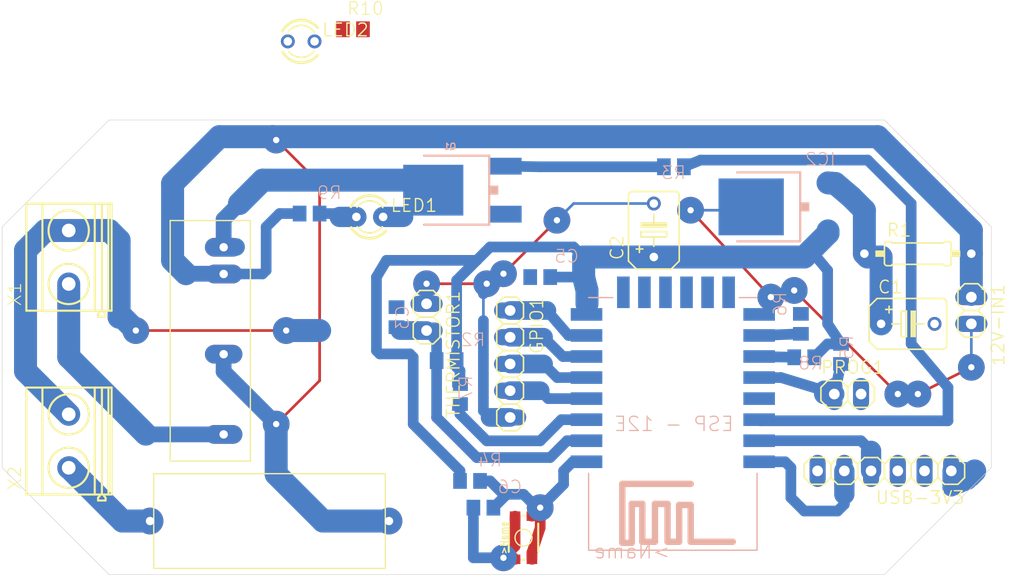
<source format=kicad_pcb>
(kicad_pcb (version 20171130) (host pcbnew 5.1.6-c6e7f7d~87~ubuntu18.04.1)

  (general
    (thickness 1.6)
    (drawings 15)
    (tracks 213)
    (zones 0)
    (modules 30)
    (nets 35)
  )

  (page A4)
  (layers
    (0 Top signal)
    (31 Bottom signal)
    (32 B.Adhes user)
    (33 F.Adhes user)
    (34 B.Paste user)
    (35 F.Paste user)
    (36 B.SilkS user)
    (37 F.SilkS user)
    (38 B.Mask user)
    (39 F.Mask user)
    (40 Dwgs.User user)
    (41 Cmts.User user)
    (42 Eco1.User user)
    (43 Eco2.User user)
    (44 Edge.Cuts user)
    (45 Margin user)
    (46 B.CrtYd user)
    (47 F.CrtYd user)
    (48 B.Fab user)
    (49 F.Fab user)
  )

  (setup
    (last_trace_width 1)
    (user_trace_width 1)
    (user_trace_width 1.5)
    (user_trace_width 2.1844)
    (trace_clearance 0.2)
    (zone_clearance 0.508)
    (zone_45_only no)
    (trace_min 0.2)
    (via_size 0.8)
    (via_drill 0.4)
    (via_min_size 0.4)
    (via_min_drill 0.3)
    (uvia_size 0.3)
    (uvia_drill 0.1)
    (uvias_allowed no)
    (uvia_min_size 0.2)
    (uvia_min_drill 0.1)
    (edge_width 0.05)
    (segment_width 0.2)
    (pcb_text_width 0.3)
    (pcb_text_size 1.5 1.5)
    (mod_edge_width 0.12)
    (mod_text_size 1 1)
    (mod_text_width 0.15)
    (pad_size 1.524 1.524)
    (pad_drill 0.762)
    (pad_to_mask_clearance 0.05)
    (aux_axis_origin 0 0)
    (visible_elements FFFFFF7F)
    (pcbplotparams
      (layerselection 0x010fc_ffffffff)
      (usegerberextensions false)
      (usegerberattributes true)
      (usegerberadvancedattributes true)
      (creategerberjobfile true)
      (excludeedgelayer true)
      (linewidth 0.100000)
      (plotframeref false)
      (viasonmask false)
      (mode 1)
      (useauxorigin false)
      (hpglpennumber 1)
      (hpglpenspeed 20)
      (hpglpendiameter 15.000000)
      (psnegative false)
      (psa4output false)
      (plotreference true)
      (plotvalue true)
      (plotinvisibletext false)
      (padsonsilk false)
      (subtractmaskfromsilk false)
      (outputformat 1)
      (mirror false)
      (drillshape 1)
      (scaleselection 1)
      (outputdirectory ""))
  )

  (net 0 "")
  (net 1 GND)
  (net 2 +12V)
  (net 3 +3V3)
  (net 4 "Net-(C1-Pad+)")
  (net 5 "Net-(C3-Pad1)")
  (net 6 "Net-(R3-Pad2)")
  (net 7 "Net-(Q1-Pad1)")
  (net 8 "Net-(LED1-PadK)")
  (net 9 "Net-(U2-PadSCLK)")
  (net 10 "Net-(U2-PadCS0)")
  (net 11 "Net-(U2-PadMISO)")
  (net 12 "Net-(U2-PadGPIO9)")
  (net 13 "Net-(U2-PadGPIO10)")
  (net 14 "Net-(U2-PadMOSI)")
  (net 15 "Net-(R6-Pad2)")
  (net 16 "Net-(R8-Pad1)")
  (net 17 "Net-(U2-PadGPIO4)")
  (net 18 "Net-(U2-PadRXD0)")
  (net 19 "Net-(U2-PadTXD0)")
  (net 20 "Net-(R7-Pad1)")
  (net 21 "Net-(C6-Pad1)")
  (net 22 "Net-(USB-3V3-Pad6)")
  (net 23 "Net-(USB-3V3-Pad3)")
  (net 24 "Net-(USB-3V3-Pad2)")
  (net 25 "Net-(LED1-PadA)")
  (net 26 "Net-(FUSE1-PadP$2)")
  (net 27 "Net-(GPIO1-Pad4)")
  (net 28 "Net-(GPIO1-Pad3)")
  (net 29 "Net-(GPIO1-Pad2)")
  (net 30 "Net-(GPIO1-Pad1)")
  (net 31 "Net-(PROG1-Pad1)")
  (net 32 "Net-(RLA1-PadP$4)")
  (net 33 "Net-(LED2-PadA)")
  (net 34 "Net-(R10-Pad2)")

  (net_class Default "This is the default net class."
    (clearance 0.2)
    (trace_width 0.25)
    (via_dia 0.8)
    (via_drill 0.4)
    (uvia_dia 0.3)
    (uvia_drill 0.1)
    (add_net +12V)
    (add_net +3V3)
    (add_net GND)
    (add_net "Net-(C1-Pad+)")
    (add_net "Net-(C3-Pad1)")
    (add_net "Net-(C6-Pad1)")
    (add_net "Net-(FUSE1-PadP$2)")
    (add_net "Net-(GPIO1-Pad1)")
    (add_net "Net-(GPIO1-Pad2)")
    (add_net "Net-(GPIO1-Pad3)")
    (add_net "Net-(GPIO1-Pad4)")
    (add_net "Net-(LED1-PadA)")
    (add_net "Net-(LED1-PadK)")
    (add_net "Net-(LED2-PadA)")
    (add_net "Net-(PROG1-Pad1)")
    (add_net "Net-(Q1-Pad1)")
    (add_net "Net-(R10-Pad2)")
    (add_net "Net-(R3-Pad2)")
    (add_net "Net-(R6-Pad2)")
    (add_net "Net-(R7-Pad1)")
    (add_net "Net-(R8-Pad1)")
    (add_net "Net-(RLA1-PadP$4)")
    (add_net "Net-(U2-PadCS0)")
    (add_net "Net-(U2-PadGPIO10)")
    (add_net "Net-(U2-PadGPIO4)")
    (add_net "Net-(U2-PadGPIO9)")
    (add_net "Net-(U2-PadMISO)")
    (add_net "Net-(U2-PadMOSI)")
    (add_net "Net-(U2-PadRXD0)")
    (add_net "Net-(U2-PadSCLK)")
    (add_net "Net-(U2-PadTXD0)")
    (add_net "Net-(USB-3V3-Pad2)")
    (add_net "Net-(USB-3V3-Pad3)")
    (add_net "Net-(USB-3V3-Pad6)")
  )

  (module wifiboard-v2:C0805 (layer Bottom) (tedit 0) (tstamp 607D598F)
    (at 138.9761 102.1461 90)
    (descr <b>CAPACITOR</b><p>)
    (path /91680661)
    (fp_text reference C3 (at -1.27 1.27 90) (layer B.SilkS)
      (effects (font (size 1.2065 1.2065) (thickness 0.1016)) (justify right bottom mirror))
    )
    (fp_text value 1uF (at -1.27 -2.54 90) (layer B.Fab)
      (effects (font (size 1.2065 1.2065) (thickness 0.1016)) (justify right bottom mirror))
    )
    (fp_line (start -1.973 0.983) (end 1.973 0.983) (layer Dwgs.User) (width 0.0508))
    (fp_line (start 1.973 -0.983) (end -1.973 -0.983) (layer Dwgs.User) (width 0.0508))
    (fp_line (start -1.973 -0.983) (end -1.973 0.983) (layer Dwgs.User) (width 0.0508))
    (fp_line (start -0.381 0.66) (end 0.381 0.66) (layer B.Fab) (width 0.1016))
    (fp_line (start -0.356 -0.66) (end 0.381 -0.66) (layer B.Fab) (width 0.1016))
    (fp_line (start 1.973 0.983) (end 1.973 -0.983) (layer Dwgs.User) (width 0.0508))
    (fp_poly (pts (xy -1.0922 -0.7239) (xy -0.3421 -0.7239) (xy -0.3421 0.7262) (xy -1.0922 0.7262)) (layer B.Fab) (width 0))
    (fp_poly (pts (xy 0.3556 -0.7239) (xy 1.1057 -0.7239) (xy 1.1057 0.7262) (xy 0.3556 0.7262)) (layer B.Fab) (width 0))
    (fp_poly (pts (xy -0.1001 -0.4001) (xy 0.1001 -0.4001) (xy 0.1001 0.4001) (xy -0.1001 0.4001)) (layer B.Adhes) (width 0))
    (pad 2 smd rect (at 0.95 0 90) (size 1.3 1.5) (layers Bottom B.Paste B.Mask)
      (net 1 GND) (solder_mask_margin 0.1016))
    (pad 1 smd rect (at -0.95 0 90) (size 1.3 1.5) (layers Bottom B.Paste B.Mask)
      (net 5 "Net-(C3-Pad1)") (solder_mask_margin 0.1016))
  )

  (module wifiboard-v2:1X02 (layer Top) (tedit 0) (tstamp 607D599D)
    (at 193.5861 101.5111 270)
    (descr "<b>PIN HEADER</b>")
    (path /827EA4AC)
    (fp_text reference 12V-IN1 (at -2.6162 -1.8288 270) (layer F.SilkS)
      (effects (font (size 1.2065 1.2065) (thickness 0.127)) (justify right top))
    )
    (fp_text value PINHD-1X2 (at -2.54 3.175 270) (layer F.Fab)
      (effects (font (size 1.2065 1.2065) (thickness 0.1016)) (justify right top))
    )
    (fp_line (start -1.905 -1.27) (end -0.635 -1.27) (layer F.SilkS) (width 0.1524))
    (fp_line (start -0.635 -1.27) (end 0 -0.635) (layer F.SilkS) (width 0.1524))
    (fp_line (start 0 -0.635) (end 0 0.635) (layer F.SilkS) (width 0.1524))
    (fp_line (start 0 0.635) (end -0.635 1.27) (layer F.SilkS) (width 0.1524))
    (fp_line (start -2.54 -0.635) (end -2.54 0.635) (layer F.SilkS) (width 0.1524))
    (fp_line (start -1.905 -1.27) (end -2.54 -0.635) (layer F.SilkS) (width 0.1524))
    (fp_line (start -2.54 0.635) (end -1.905 1.27) (layer F.SilkS) (width 0.1524))
    (fp_line (start -0.635 1.27) (end -1.905 1.27) (layer F.SilkS) (width 0.1524))
    (fp_line (start 0 -0.635) (end 0.635 -1.27) (layer F.SilkS) (width 0.1524))
    (fp_line (start 0.635 -1.27) (end 1.905 -1.27) (layer F.SilkS) (width 0.1524))
    (fp_line (start 1.905 -1.27) (end 2.54 -0.635) (layer F.SilkS) (width 0.1524))
    (fp_line (start 2.54 -0.635) (end 2.54 0.635) (layer F.SilkS) (width 0.1524))
    (fp_line (start 2.54 0.635) (end 1.905 1.27) (layer F.SilkS) (width 0.1524))
    (fp_line (start 1.905 1.27) (end 0.635 1.27) (layer F.SilkS) (width 0.1524))
    (fp_line (start 0.635 1.27) (end 0 0.635) (layer F.SilkS) (width 0.1524))
    (fp_poly (pts (xy -1.524 0.254) (xy -1.016 0.254) (xy -1.016 -0.254) (xy -1.524 -0.254)) (layer F.Fab) (width 0))
    (fp_poly (pts (xy 1.016 0.254) (xy 1.524 0.254) (xy 1.524 -0.254) (xy 1.016 -0.254)) (layer F.Fab) (width 0))
    (pad 2 thru_hole oval (at 1.27 0) (size 3.048 1.524) (drill 1.016) (layers *.Cu *.Mask)
      (net 1 GND) (solder_mask_margin 0.1016))
    (pad 1 thru_hole oval (at -1.27 0) (size 3.048 1.524) (drill 1.016) (layers *.Cu *.Mask)
      (net 2 +12V) (solder_mask_margin 0.1016))
  )

  (module wifiboard-v2:1X02 (layer Top) (tedit 0) (tstamp 607D59B3)
    (at 141.8336 102.1461 270)
    (descr "<b>PIN HEADER</b>")
    (path /E194501C)
    (fp_text reference THERMISTOR1 (at -2.6162 -1.8288 270) (layer F.SilkS)
      (effects (font (size 1.2065 1.2065) (thickness 0.127)) (justify right top))
    )
    (fp_text value PINHD-1X2 (at -2.54 3.175 270) (layer F.Fab)
      (effects (font (size 1.2065 1.2065) (thickness 0.1016)) (justify right top))
    )
    (fp_line (start -1.905 -1.27) (end -0.635 -1.27) (layer F.SilkS) (width 0.1524))
    (fp_line (start -0.635 -1.27) (end 0 -0.635) (layer F.SilkS) (width 0.1524))
    (fp_line (start 0 -0.635) (end 0 0.635) (layer F.SilkS) (width 0.1524))
    (fp_line (start 0 0.635) (end -0.635 1.27) (layer F.SilkS) (width 0.1524))
    (fp_line (start -2.54 -0.635) (end -2.54 0.635) (layer F.SilkS) (width 0.1524))
    (fp_line (start -1.905 -1.27) (end -2.54 -0.635) (layer F.SilkS) (width 0.1524))
    (fp_line (start -2.54 0.635) (end -1.905 1.27) (layer F.SilkS) (width 0.1524))
    (fp_line (start -0.635 1.27) (end -1.905 1.27) (layer F.SilkS) (width 0.1524))
    (fp_line (start 0 -0.635) (end 0.635 -1.27) (layer F.SilkS) (width 0.1524))
    (fp_line (start 0.635 -1.27) (end 1.905 -1.27) (layer F.SilkS) (width 0.1524))
    (fp_line (start 1.905 -1.27) (end 2.54 -0.635) (layer F.SilkS) (width 0.1524))
    (fp_line (start 2.54 -0.635) (end 2.54 0.635) (layer F.SilkS) (width 0.1524))
    (fp_line (start 2.54 0.635) (end 1.905 1.27) (layer F.SilkS) (width 0.1524))
    (fp_line (start 1.905 1.27) (end 0.635 1.27) (layer F.SilkS) (width 0.1524))
    (fp_line (start 0.635 1.27) (end 0 0.635) (layer F.SilkS) (width 0.1524))
    (fp_poly (pts (xy -1.524 0.254) (xy -1.016 0.254) (xy -1.016 -0.254) (xy -1.524 -0.254)) (layer F.Fab) (width 0))
    (fp_poly (pts (xy 1.016 0.254) (xy 1.524 0.254) (xy 1.524 -0.254) (xy 1.016 -0.254)) (layer F.Fab) (width 0))
    (pad 2 thru_hole oval (at 1.27 0) (size 3.048 1.524) (drill 1.016) (layers *.Cu *.Mask)
      (net 5 "Net-(C3-Pad1)") (solder_mask_margin 0.1016))
    (pad 1 thru_hole oval (at -1.27 0) (size 3.048 1.524) (drill 1.016) (layers *.Cu *.Mask)
      (net 1 GND) (solder_mask_margin 0.1016))
  )

  (module wifiboard-v2:1X05 (layer Top) (tedit 0) (tstamp 607D59C9)
    (at 149.7711 106.5911 270)
    (descr "<b>PIN HEADER</b>")
    (path /9271281A)
    (fp_text reference GPIO1 (at -6.4262 -1.8288 270) (layer F.SilkS)
      (effects (font (size 1.2065 1.2065) (thickness 0.127)) (justify right top))
    )
    (fp_text value PINHD-1X5 (at -6.35 3.175 270) (layer F.Fab)
      (effects (font (size 1.2065 1.2065) (thickness 0.1016)) (justify right top))
    )
    (fp_line (start 1.905 -1.27) (end 3.175 -1.27) (layer F.SilkS) (width 0.1524))
    (fp_line (start 3.175 -1.27) (end 3.81 -0.635) (layer F.SilkS) (width 0.1524))
    (fp_line (start 3.81 -0.635) (end 3.81 0.635) (layer F.SilkS) (width 0.1524))
    (fp_line (start 3.81 0.635) (end 3.175 1.27) (layer F.SilkS) (width 0.1524))
    (fp_line (start -1.27 -0.635) (end -0.635 -1.27) (layer F.SilkS) (width 0.1524))
    (fp_line (start -0.635 -1.27) (end 0.635 -1.27) (layer F.SilkS) (width 0.1524))
    (fp_line (start 0.635 -1.27) (end 1.27 -0.635) (layer F.SilkS) (width 0.1524))
    (fp_line (start 1.27 -0.635) (end 1.27 0.635) (layer F.SilkS) (width 0.1524))
    (fp_line (start 1.27 0.635) (end 0.635 1.27) (layer F.SilkS) (width 0.1524))
    (fp_line (start 0.635 1.27) (end -0.635 1.27) (layer F.SilkS) (width 0.1524))
    (fp_line (start -0.635 1.27) (end -1.27 0.635) (layer F.SilkS) (width 0.1524))
    (fp_line (start 1.905 -1.27) (end 1.27 -0.635) (layer F.SilkS) (width 0.1524))
    (fp_line (start 1.27 0.635) (end 1.905 1.27) (layer F.SilkS) (width 0.1524))
    (fp_line (start 3.175 1.27) (end 1.905 1.27) (layer F.SilkS) (width 0.1524))
    (fp_line (start -5.715 -1.27) (end -4.445 -1.27) (layer F.SilkS) (width 0.1524))
    (fp_line (start -4.445 -1.27) (end -3.81 -0.635) (layer F.SilkS) (width 0.1524))
    (fp_line (start -3.81 -0.635) (end -3.81 0.635) (layer F.SilkS) (width 0.1524))
    (fp_line (start -3.81 0.635) (end -4.445 1.27) (layer F.SilkS) (width 0.1524))
    (fp_line (start -3.81 -0.635) (end -3.175 -1.27) (layer F.SilkS) (width 0.1524))
    (fp_line (start -3.175 -1.27) (end -1.905 -1.27) (layer F.SilkS) (width 0.1524))
    (fp_line (start -1.905 -1.27) (end -1.27 -0.635) (layer F.SilkS) (width 0.1524))
    (fp_line (start -1.27 -0.635) (end -1.27 0.635) (layer F.SilkS) (width 0.1524))
    (fp_line (start -1.27 0.635) (end -1.905 1.27) (layer F.SilkS) (width 0.1524))
    (fp_line (start -1.905 1.27) (end -3.175 1.27) (layer F.SilkS) (width 0.1524))
    (fp_line (start -3.175 1.27) (end -3.81 0.635) (layer F.SilkS) (width 0.1524))
    (fp_line (start -6.35 -0.635) (end -6.35 0.635) (layer F.SilkS) (width 0.1524))
    (fp_line (start -5.715 -1.27) (end -6.35 -0.635) (layer F.SilkS) (width 0.1524))
    (fp_line (start -6.35 0.635) (end -5.715 1.27) (layer F.SilkS) (width 0.1524))
    (fp_line (start -4.445 1.27) (end -5.715 1.27) (layer F.SilkS) (width 0.1524))
    (fp_line (start 4.445 -1.27) (end 5.715 -1.27) (layer F.SilkS) (width 0.1524))
    (fp_line (start 5.715 -1.27) (end 6.35 -0.635) (layer F.SilkS) (width 0.1524))
    (fp_line (start 6.35 -0.635) (end 6.35 0.635) (layer F.SilkS) (width 0.1524))
    (fp_line (start 6.35 0.635) (end 5.715 1.27) (layer F.SilkS) (width 0.1524))
    (fp_line (start 4.445 -1.27) (end 3.81 -0.635) (layer F.SilkS) (width 0.1524))
    (fp_line (start 3.81 0.635) (end 4.445 1.27) (layer F.SilkS) (width 0.1524))
    (fp_line (start 5.715 1.27) (end 4.445 1.27) (layer F.SilkS) (width 0.1524))
    (fp_poly (pts (xy 2.286 0.254) (xy 2.794 0.254) (xy 2.794 -0.254) (xy 2.286 -0.254)) (layer F.Fab) (width 0))
    (fp_poly (pts (xy -0.254 0.254) (xy 0.254 0.254) (xy 0.254 -0.254) (xy -0.254 -0.254)) (layer F.Fab) (width 0))
    (fp_poly (pts (xy -2.794 0.254) (xy -2.286 0.254) (xy -2.286 -0.254) (xy -2.794 -0.254)) (layer F.Fab) (width 0))
    (fp_poly (pts (xy -5.334 0.254) (xy -4.826 0.254) (xy -4.826 -0.254) (xy -5.334 -0.254)) (layer F.Fab) (width 0))
    (fp_poly (pts (xy 4.826 0.254) (xy 5.334 0.254) (xy 5.334 -0.254) (xy 4.826 -0.254)) (layer F.Fab) (width 0))
    (pad 5 thru_hole oval (at 5.08 0) (size 3.048 1.524) (drill 1.016) (layers *.Cu *.Mask)
      (net 1 GND) (solder_mask_margin 0.1016))
    (pad 4 thru_hole oval (at 2.54 0) (size 3.048 1.524) (drill 1.016) (layers *.Cu *.Mask)
      (net 27 "Net-(GPIO1-Pad4)") (solder_mask_margin 0.1016))
    (pad 3 thru_hole oval (at 0 0) (size 3.048 1.524) (drill 1.016) (layers *.Cu *.Mask)
      (net 28 "Net-(GPIO1-Pad3)") (solder_mask_margin 0.1016))
    (pad 2 thru_hole oval (at -2.54 0) (size 3.048 1.524) (drill 1.016) (layers *.Cu *.Mask)
      (net 29 "Net-(GPIO1-Pad2)") (solder_mask_margin 0.1016))
    (pad 1 thru_hole oval (at -5.08 0) (size 3.048 1.524) (drill 1.016) (layers *.Cu *.Mask)
      (net 30 "Net-(GPIO1-Pad1)") (solder_mask_margin 0.1016))
  )

  (module wifiboard-v2:0207_10 (layer Top) (tedit 0) (tstamp 607D59FA)
    (at 188.5061 96.1136)
    (descr "<b>RESISTOR</b><p>\ntype 0207, grid 10 mm")
    (path /FD173983)
    (fp_text reference R1 (at -3.048 -1.524) (layer F.SilkS)
      (effects (font (size 1.2065 1.2065) (thickness 0.127)) (justify left bottom))
    )
    (fp_text value 6R8 (at -2.2606 0.635) (layer F.Fab)
      (effects (font (size 1.2065 1.2065) (thickness 0.127)) (justify left bottom))
    )
    (fp_line (start 5.08 0) (end 4.064 0) (layer F.Fab) (width 0.6096))
    (fp_line (start -5.08 0) (end -4.064 0) (layer F.Fab) (width 0.6096))
    (fp_line (start -3.175 0.889) (end -3.175 -0.889) (layer F.SilkS) (width 0.1524))
    (fp_line (start -2.921 -1.143) (end -2.54 -1.143) (layer F.SilkS) (width 0.1524))
    (fp_line (start -2.413 -1.016) (end -2.54 -1.143) (layer F.SilkS) (width 0.1524))
    (fp_line (start -2.921 1.143) (end -2.54 1.143) (layer F.SilkS) (width 0.1524))
    (fp_line (start -2.413 1.016) (end -2.54 1.143) (layer F.SilkS) (width 0.1524))
    (fp_line (start 2.413 -1.016) (end 2.54 -1.143) (layer F.SilkS) (width 0.1524))
    (fp_line (start 2.413 -1.016) (end -2.413 -1.016) (layer F.SilkS) (width 0.1524))
    (fp_line (start 2.413 1.016) (end 2.54 1.143) (layer F.SilkS) (width 0.1524))
    (fp_line (start 2.413 1.016) (end -2.413 1.016) (layer F.SilkS) (width 0.1524))
    (fp_line (start 2.921 -1.143) (end 2.54 -1.143) (layer F.SilkS) (width 0.1524))
    (fp_line (start 2.921 1.143) (end 2.54 1.143) (layer F.SilkS) (width 0.1524))
    (fp_line (start 3.175 0.889) (end 3.175 -0.889) (layer F.SilkS) (width 0.1524))
    (fp_poly (pts (xy 3.175 0.3048) (xy 4.0386 0.3048) (xy 4.0386 -0.3048) (xy 3.175 -0.3048)) (layer F.SilkS) (width 0))
    (fp_poly (pts (xy -4.0386 0.3048) (xy -3.175 0.3048) (xy -3.175 -0.3048) (xy -4.0386 -0.3048)) (layer F.SilkS) (width 0))
    (fp_arc (start 2.921 -0.889) (end 2.921 -1.143) (angle 90) (layer F.SilkS) (width 0.1524))
    (fp_arc (start 2.921 0.889) (end 2.921 1.143) (angle -90) (layer F.SilkS) (width 0.1524))
    (fp_arc (start -2.921 0.889) (end -3.175 0.889) (angle -90) (layer F.SilkS) (width 0.1524))
    (fp_arc (start -2.921 -0.889) (end -3.175 -0.889) (angle 90) (layer F.SilkS) (width 0.1524))
    (pad 2 thru_hole circle (at 5.08 0) (size 1.3208 1.3208) (drill 0.8128) (layers *.Cu *.Mask)
      (net 2 +12V) (solder_mask_margin 0.1016))
    (pad 1 thru_hole circle (at -5.08 0) (size 1.3208 1.3208) (drill 0.8128) (layers *.Cu *.Mask)
      (net 4 "Net-(C1-Pad+)") (solder_mask_margin 0.1016))
  )

  (module wifiboard-v2:M0805 (layer Bottom) (tedit 0) (tstamp 607D5A13)
    (at 143.7386 106.2736 180)
    (descr "<b>RESISTOR</b><p>\nMELF 0.10 W")
    (path /748ED202)
    (fp_text reference R2 (at -1.27 1.27 180) (layer B.SilkS)
      (effects (font (size 1.2065 1.2065) (thickness 0.1016)) (justify right bottom mirror))
    )
    (fp_text value 10K (at -1.27 -2.54 180) (layer B.Fab)
      (effects (font (size 1.2065 1.2065) (thickness 0.1016)) (justify right bottom mirror))
    )
    (fp_line (start -1.973 0.983) (end 1.973 0.983) (layer Dwgs.User) (width 0.0508))
    (fp_line (start 1.973 -0.983) (end -1.973 -0.983) (layer Dwgs.User) (width 0.0508))
    (fp_line (start -1.973 -0.983) (end -1.973 0.983) (layer Dwgs.User) (width 0.0508))
    (fp_line (start 1.973 0.983) (end 1.973 -0.983) (layer Dwgs.User) (width 0.0508))
    (fp_line (start 0.7112 0.635) (end -0.7112 0.635) (layer B.Fab) (width 0.1524))
    (fp_line (start 0.7112 -0.635) (end -0.7112 -0.635) (layer B.Fab) (width 0.1524))
    (fp_poly (pts (xy -1.0414 -0.7112) (xy -0.6858 -0.7112) (xy -0.6858 0.7112) (xy -1.0414 0.7112)) (layer B.Fab) (width 0))
    (fp_poly (pts (xy 0.6858 -0.7112) (xy 1.0414 -0.7112) (xy 1.0414 0.7112) (xy 0.6858 0.7112)) (layer B.Fab) (width 0))
    (fp_poly (pts (xy -0.1999 -0.5999) (xy 0.1999 -0.5999) (xy 0.1999 0.5999) (xy -0.1999 0.5999)) (layer B.Adhes) (width 0))
    (pad 2 smd rect (at 0.95 0 180) (size 1.3 1.6) (layers Bottom B.Paste B.Mask)
      (net 5 "Net-(C3-Pad1)") (solder_mask_margin 0.1016))
    (pad 1 smd rect (at -0.95 0 180) (size 1.3 1.6) (layers Bottom B.Paste B.Mask)
      (net 3 +3V3) (solder_mask_margin 0.1016))
  )

  (module wifiboard-v2:M0805 (layer Bottom) (tedit 0) (tstamp 607D5A21)
    (at 165.3286 87.8586)
    (descr "<b>RESISTOR</b><p>\nMELF 0.10 W")
    (path /D33015C9)
    (fp_text reference R3 (at -1.27 1.27) (layer B.SilkS)
      (effects (font (size 1.2065 1.2065) (thickness 0.1016)) (justify right bottom mirror))
    )
    (fp_text value 10K (at -1.27 -2.54) (layer B.Fab)
      (effects (font (size 1.2065 1.2065) (thickness 0.1016)) (justify right bottom mirror))
    )
    (fp_line (start -1.973 0.983) (end 1.973 0.983) (layer Dwgs.User) (width 0.0508))
    (fp_line (start 1.973 -0.983) (end -1.973 -0.983) (layer Dwgs.User) (width 0.0508))
    (fp_line (start -1.973 -0.983) (end -1.973 0.983) (layer Dwgs.User) (width 0.0508))
    (fp_line (start 1.973 0.983) (end 1.973 -0.983) (layer Dwgs.User) (width 0.0508))
    (fp_line (start 0.7112 0.635) (end -0.7112 0.635) (layer B.Fab) (width 0.1524))
    (fp_line (start 0.7112 -0.635) (end -0.7112 -0.635) (layer B.Fab) (width 0.1524))
    (fp_poly (pts (xy -1.0414 -0.7112) (xy -0.6858 -0.7112) (xy -0.6858 0.7112) (xy -1.0414 0.7112)) (layer B.Fab) (width 0))
    (fp_poly (pts (xy 0.6858 -0.7112) (xy 1.0414 -0.7112) (xy 1.0414 0.7112) (xy 0.6858 0.7112)) (layer B.Fab) (width 0))
    (fp_poly (pts (xy -0.1999 -0.5999) (xy 0.1999 -0.5999) (xy 0.1999 0.5999) (xy -0.1999 0.5999)) (layer B.Adhes) (width 0))
    (pad 2 smd rect (at 0.95 0) (size 1.3 1.6) (layers Bottom B.Paste B.Mask)
      (net 6 "Net-(R3-Pad2)") (solder_mask_margin 0.1016))
    (pad 1 smd rect (at -0.95 0) (size 1.3 1.6) (layers Bottom B.Paste B.Mask)
      (net 7 "Net-(Q1-Pad1)") (solder_mask_margin 0.1016))
  )

  (module wifiboard-v2:FUSE (layer Top) (tedit 0) (tstamp 607D5A2F)
    (at 126.9111 121.5136)
    (path /C5A6AE00)
    (fp_text reference FUSE1 (at 0 0) (layer F.SilkS) hide
      (effects (font (size 1.27 1.27) (thickness 0.15)))
    )
    (fp_text value FUSE (at 0 0) (layer F.SilkS) hide
      (effects (font (size 1.27 1.27) (thickness 0.15)))
    )
    (fp_line (start -11 4.5) (end 11 4.5) (layer F.SilkS) (width 0.127))
    (fp_line (start 11 4.5) (end 11 -4.5) (layer F.SilkS) (width 0.127))
    (fp_line (start 11 -4.5) (end -11 -4.5) (layer F.SilkS) (width 0.127))
    (fp_line (start -11 -4.5) (end -11 4.5) (layer F.SilkS) (width 0.127))
    (pad P$2 thru_hole circle (at -11.35 0) (size 2.54 2.54) (drill 0.8) (layers *.Cu *.Mask)
      (net 26 "Net-(FUSE1-PadP$2)") (solder_mask_margin 0.1016))
    (pad P$1 thru_hole circle (at 11.35 0) (size 2.54 2.54) (drill 0.8) (layers *.Cu *.Mask)
      (net 2 +12V) (solder_mask_margin 0.1016))
  )

  (module wifiboard-v2:MKDSN1,5_2-5,08 (layer Top) (tedit 0) (tstamp 607D5A38)
    (at 107.8611 96.4311 90)
    (path /C03765C0)
    (fp_text reference X1 (at -4.7511 -4.445 90) (layer F.SilkS)
      (effects (font (size 1.2065 1.2065) (thickness 0.1016)) (justify left bottom))
    )
    (fp_text value AC-N (at 6.985 3.81 180) (layer F.Fab)
      (effects (font (size 1.2065 1.2065) (thickness 0.1016)) (justify right top))
    )
    (fp_line (start -5.1011 4.05) (end 5.0589 4.05) (layer F.SilkS) (width 0.2032))
    (fp_line (start -5.1011 -2.5243) (end 5.0589 -2.5243) (layer F.SilkS) (width 0.2032))
    (fp_line (start -2.7211 0.63) (end -3.6341 1.543) (layer F.Fab) (width 0.2032))
    (fp_line (start -5.1011 1.9555) (end -5.1011 2.4479) (layer F.SilkS) (width 0.2032))
    (fp_line (start -5.1011 3.327) (end -5.2298 3.327) (layer F.SilkS) (width 0.2032))
    (fp_line (start -5.2298 2.913) (end -5.1011 2.913) (layer F.SilkS) (width 0.2032))
    (fp_line (start -5.1011 3.1279) (end -5.1011 2.913) (layer F.SilkS) (width 0.2032))
    (fp_line (start -5.1011 3.327) (end -5.1011 3.1279) (layer F.SilkS) (width 0.2032))
    (fp_line (start -5.6711 2.763) (end -5.4081 2.763) (layer F.SilkS) (width 0.2032))
    (fp_line (start -5.6711 3.477) (end -5.4081 3.477) (layer F.SilkS) (width 0.2032))
    (fp_line (start -5.1011 2.913) (end -5.1011 2.4479) (layer F.SilkS) (width 0.2032))
    (fp_line (start -5.2298 3.327) (end -5.4081 3.477) (layer F.SilkS) (width 0.2032))
    (fp_line (start -5.6711 2.763) (end -5.6711 3.477) (layer F.SilkS) (width 0.2032))
    (fp_line (start -5.1011 -2.5243) (end -5.1011 -2.0413) (layer F.SilkS) (width 0.2032))
    (fp_line (start -5.1011 1.9555) (end -5.1011 -2.0413) (layer F.SilkS) (width 0.2032))
    (fp_line (start -5.4081 2.763) (end -5.2298 2.913) (layer F.SilkS) (width 0.2032))
    (fp_line (start 5.0589 2.4479) (end -5.1011 2.4479) (layer F.SilkS) (width 0.2032))
    (fp_line (start -2.5611 0.47) (end -2.7211 0.63) (layer F.Fab) (width 0.2032))
    (fp_line (start -3.2001 0.119) (end -2.5611 -0.52) (layer F.Fab) (width 0.2032))
    (fp_line (start -4.1291 1.048) (end -3.2001 0.119) (layer F.Fab) (width 0.2032))
    (fp_line (start 0.9509 1.048) (end 1.8799 0.119) (layer F.Fab) (width 0.2032))
    (fp_line (start 5.0589 1.9555) (end 5.0589 2.4479) (layer F.SilkS) (width 0.2032))
    (fp_line (start 2.3589 0.63) (end 1.4459 1.543) (layer F.Fab) (width 0.2032))
    (fp_line (start 1.8799 0.119) (end 2.5189 -0.52) (layer F.Fab) (width 0.2032))
    (fp_line (start 2.5189 0.47) (end 2.3589 0.63) (layer F.Fab) (width 0.2032))
    (fp_line (start 4.0869 -1.098) (end 3.1489 -0.16) (layer F.Fab) (width 0.2032))
    (fp_line (start 2.6379 -0.639) (end 3.5919 -1.593) (layer F.Fab) (width 0.2032))
    (fp_line (start 3.1489 -0.16) (end 2.5189 0.47) (layer F.Fab) (width 0.2032))
    (fp_line (start 2.5189 -0.52) (end 2.6379 -0.639) (layer F.Fab) (width 0.2032))
    (fp_line (start -1.9311 -0.16) (end -2.5611 0.47) (layer F.Fab) (width 0.2032))
    (fp_line (start -2.5611 -0.52) (end -2.4421 -0.639) (layer F.Fab) (width 0.2032))
    (fp_line (start -2.4421 -0.639) (end -1.4881 -1.593) (layer F.Fab) (width 0.2032))
    (fp_line (start -0.9931 -1.098) (end -1.9311 -0.16) (layer F.Fab) (width 0.2032))
    (fp_line (start -5.1011 3.1279) (end 5.0589 3.1279) (layer F.SilkS) (width 0.2032))
    (fp_line (start 5.0589 3.1279) (end 5.0589 2.4479) (layer F.SilkS) (width 0.2032))
    (fp_line (start 5.0589 1.9555) (end 5.0589 -2.0413) (layer F.SilkS) (width 0.2032))
    (fp_line (start 5.0589 -2.5243) (end 5.0589 -2.0413) (layer F.SilkS) (width 0.2032))
    (fp_line (start 5.0589 -2.5243) (end 5.0589 -4.05) (layer F.SilkS) (width 0.2032))
    (fp_line (start -5.1011 3.75) (end -5.1011 3.327) (layer F.SilkS) (width 0.2032))
    (fp_line (start 5.0589 3.75) (end 5.0589 3.1279) (layer F.SilkS) (width 0.2032))
    (fp_line (start -5.1011 -4.05) (end 5.0589 -4.05) (layer F.SilkS) (width 0.2032))
    (fp_line (start -5.1011 -2.5243) (end -5.1011 -4.05) (layer F.SilkS) (width 0.2032))
    (fp_line (start 5.0589 3.75) (end -5.1011 3.75) (layer F.SilkS) (width 0.2032))
    (fp_line (start -5.1011 3.75) (end -5.1011 4.05) (layer F.SilkS) (width 0.2032))
    (fp_line (start 5.0589 3.75) (end 5.0589 4.05) (layer F.SilkS) (width 0.2032))
    (fp_circle (center -2.5611 -0.025) (end -0.6461 -0.025) (layer F.SilkS) (width 0.2032))
    (fp_circle (center 2.5189 -0.025) (end 4.4339 -0.025) (layer F.SilkS) (width 0.2032))
    (fp_arc (start -2.561082 0) (end -1.9311 -0.16) (angle -65.201851) (layer F.Fab) (width 0.2032))
    (fp_arc (start 2.518917 0) (end 3.1489 -0.16) (angle -65.201851) (layer F.Fab) (width 0.2032))
    (fp_arc (start 2.518899 0.000017) (end 1.8799 0.119) (angle -65.201851) (layer F.Fab) (width 0.2032))
    (fp_arc (start -2.5611 0.000017) (end -3.2001 0.119) (angle -65.201851) (layer F.Fab) (width 0.2032))
    (pad 2 thru_hole circle (at 2.5189 -0.025 90) (size 2 2) (drill 1.3) (layers *.Cu *.Mask)
      (net 1 GND) (solder_mask_margin 0.1016))
    (pad 1 thru_hole circle (at -2.5611 -0.025 90) (size 2 2) (drill 1.3) (layers *.Cu *.Mask)
      (net 32 "Net-(RLA1-PadP$4)") (solder_mask_margin 0.1016))
  )

  (module wifiboard-v2:MKDSN1,5_2-5,08 (layer Top) (tedit 0) (tstamp 607D5A70)
    (at 107.8611 113.8936 90)
    (path /FC21A828)
    (fp_text reference X2 (at -4.7511 -4.445 90) (layer F.SilkS)
      (effects (font (size 1.2065 1.2065) (thickness 0.1016)) (justify left bottom))
    )
    (fp_text value AC-L (at 6.985 3.81 180) (layer F.Fab)
      (effects (font (size 1.2065 1.2065) (thickness 0.1016)) (justify right top))
    )
    (fp_line (start -5.1011 4.05) (end 5.0589 4.05) (layer F.SilkS) (width 0.2032))
    (fp_line (start -5.1011 -2.5243) (end 5.0589 -2.5243) (layer F.SilkS) (width 0.2032))
    (fp_line (start -2.7211 0.63) (end -3.6341 1.543) (layer F.Fab) (width 0.2032))
    (fp_line (start -5.1011 1.9555) (end -5.1011 2.4479) (layer F.SilkS) (width 0.2032))
    (fp_line (start -5.1011 3.327) (end -5.2298 3.327) (layer F.SilkS) (width 0.2032))
    (fp_line (start -5.2298 2.913) (end -5.1011 2.913) (layer F.SilkS) (width 0.2032))
    (fp_line (start -5.1011 3.1279) (end -5.1011 2.913) (layer F.SilkS) (width 0.2032))
    (fp_line (start -5.1011 3.327) (end -5.1011 3.1279) (layer F.SilkS) (width 0.2032))
    (fp_line (start -5.6711 2.763) (end -5.4081 2.763) (layer F.SilkS) (width 0.2032))
    (fp_line (start -5.6711 3.477) (end -5.4081 3.477) (layer F.SilkS) (width 0.2032))
    (fp_line (start -5.1011 2.913) (end -5.1011 2.4479) (layer F.SilkS) (width 0.2032))
    (fp_line (start -5.2298 3.327) (end -5.4081 3.477) (layer F.SilkS) (width 0.2032))
    (fp_line (start -5.6711 2.763) (end -5.6711 3.477) (layer F.SilkS) (width 0.2032))
    (fp_line (start -5.1011 -2.5243) (end -5.1011 -2.0413) (layer F.SilkS) (width 0.2032))
    (fp_line (start -5.1011 1.9555) (end -5.1011 -2.0413) (layer F.SilkS) (width 0.2032))
    (fp_line (start -5.4081 2.763) (end -5.2298 2.913) (layer F.SilkS) (width 0.2032))
    (fp_line (start 5.0589 2.4479) (end -5.1011 2.4479) (layer F.SilkS) (width 0.2032))
    (fp_line (start -2.5611 0.47) (end -2.7211 0.63) (layer F.Fab) (width 0.2032))
    (fp_line (start -3.2001 0.119) (end -2.5611 -0.52) (layer F.Fab) (width 0.2032))
    (fp_line (start -4.1291 1.048) (end -3.2001 0.119) (layer F.Fab) (width 0.2032))
    (fp_line (start 0.9509 1.048) (end 1.8799 0.119) (layer F.Fab) (width 0.2032))
    (fp_line (start 5.0589 1.9555) (end 5.0589 2.4479) (layer F.SilkS) (width 0.2032))
    (fp_line (start 2.3589 0.63) (end 1.4459 1.543) (layer F.Fab) (width 0.2032))
    (fp_line (start 1.8799 0.119) (end 2.5189 -0.52) (layer F.Fab) (width 0.2032))
    (fp_line (start 2.5189 0.47) (end 2.3589 0.63) (layer F.Fab) (width 0.2032))
    (fp_line (start 4.0869 -1.098) (end 3.1489 -0.16) (layer F.Fab) (width 0.2032))
    (fp_line (start 2.6379 -0.639) (end 3.5919 -1.593) (layer F.Fab) (width 0.2032))
    (fp_line (start 3.1489 -0.16) (end 2.5189 0.47) (layer F.Fab) (width 0.2032))
    (fp_line (start 2.5189 -0.52) (end 2.6379 -0.639) (layer F.Fab) (width 0.2032))
    (fp_line (start -1.9311 -0.16) (end -2.5611 0.47) (layer F.Fab) (width 0.2032))
    (fp_line (start -2.5611 -0.52) (end -2.4421 -0.639) (layer F.Fab) (width 0.2032))
    (fp_line (start -2.4421 -0.639) (end -1.4881 -1.593) (layer F.Fab) (width 0.2032))
    (fp_line (start -0.9931 -1.098) (end -1.9311 -0.16) (layer F.Fab) (width 0.2032))
    (fp_line (start -5.1011 3.1279) (end 5.0589 3.1279) (layer F.SilkS) (width 0.2032))
    (fp_line (start 5.0589 3.1279) (end 5.0589 2.4479) (layer F.SilkS) (width 0.2032))
    (fp_line (start 5.0589 1.9555) (end 5.0589 -2.0413) (layer F.SilkS) (width 0.2032))
    (fp_line (start 5.0589 -2.5243) (end 5.0589 -2.0413) (layer F.SilkS) (width 0.2032))
    (fp_line (start 5.0589 -2.5243) (end 5.0589 -4.05) (layer F.SilkS) (width 0.2032))
    (fp_line (start -5.1011 3.75) (end -5.1011 3.327) (layer F.SilkS) (width 0.2032))
    (fp_line (start 5.0589 3.75) (end 5.0589 3.1279) (layer F.SilkS) (width 0.2032))
    (fp_line (start -5.1011 -4.05) (end 5.0589 -4.05) (layer F.SilkS) (width 0.2032))
    (fp_line (start -5.1011 -2.5243) (end -5.1011 -4.05) (layer F.SilkS) (width 0.2032))
    (fp_line (start 5.0589 3.75) (end -5.1011 3.75) (layer F.SilkS) (width 0.2032))
    (fp_line (start -5.1011 3.75) (end -5.1011 4.05) (layer F.SilkS) (width 0.2032))
    (fp_line (start 5.0589 3.75) (end 5.0589 4.05) (layer F.SilkS) (width 0.2032))
    (fp_circle (center -2.5611 -0.025) (end -0.6461 -0.025) (layer F.SilkS) (width 0.2032))
    (fp_circle (center 2.5189 -0.025) (end 4.4339 -0.025) (layer F.SilkS) (width 0.2032))
    (fp_arc (start -2.561082 0) (end -1.9311 -0.16) (angle -65.201851) (layer F.Fab) (width 0.2032))
    (fp_arc (start 2.518917 0) (end 3.1489 -0.16) (angle -65.201851) (layer F.Fab) (width 0.2032))
    (fp_arc (start 2.518899 0.000017) (end 1.8799 0.119) (angle -65.201851) (layer F.Fab) (width 0.2032))
    (fp_arc (start -2.5611 0.000017) (end -3.2001 0.119) (angle -65.201851) (layer F.Fab) (width 0.2032))
    (pad 2 thru_hole circle (at 2.5189 -0.025 90) (size 2 2) (drill 1.3) (layers *.Cu *.Mask)
      (net 1 GND) (solder_mask_margin 0.1016))
    (pad 1 thru_hole circle (at -2.5611 -0.025 90) (size 2 2) (drill 1.3) (layers *.Cu *.Mask)
      (net 26 "Net-(FUSE1-PadP$2)") (solder_mask_margin 0.1016))
  )

  (module wifiboard-v2:TO252 (layer Bottom) (tedit 0) (tstamp 607D5AB3)
    (at 175.1711 91.6686 270)
    (descr "<b>SMALL OUTLINE TRANSISTOR</b><p>\nTS-003")
    (path /2CF93C02)
    (fp_text reference IC2 (at -3.81 -2.54 180) (layer B.SilkS)
      (effects (font (size 1.2065 1.2065) (thickness 0.1016)) (justify right bottom mirror))
    )
    (fp_text value 78033AF (at 5.08 -2.54 180) (layer B.Fab)
      (effects (font (size 1.2065 1.2065) (thickness 0.1016)) (justify right bottom mirror))
    )
    (fp_line (start 3.2766 3.8354) (end 3.277 -2.159) (layer B.SilkS) (width 0.2032))
    (fp_line (start 3.277 -2.159) (end -3.277 -2.159) (layer B.SilkS) (width 0.2032))
    (fp_line (start -3.277 -2.159) (end -3.2766 3.8354) (layer B.SilkS) (width 0.2032))
    (fp_line (start -3.277 3.835) (end 3.2774 3.8346) (layer B.Fab) (width 0.2032))
    (fp_line (start -2.5654 3.937) (end -2.5654 4.6482) (layer B.Fab) (width 0.2032))
    (fp_line (start -2.5654 4.6482) (end -2.1082 5.1054) (layer B.Fab) (width 0.2032))
    (fp_line (start -2.1082 5.1054) (end 2.1082 5.1054) (layer B.Fab) (width 0.2032))
    (fp_line (start 2.1082 5.1054) (end 2.5654 4.6482) (layer B.Fab) (width 0.2032))
    (fp_line (start 2.5654 4.6482) (end 2.5654 3.937) (layer B.Fab) (width 0.2032))
    (fp_line (start 2.5654 3.937) (end -2.5654 3.937) (layer B.Fab) (width 0.2032))
    (fp_poly (pts (xy -2.7178 -5.1562) (xy -1.8542 -5.1562) (xy -1.8542 -2.2606) (xy -2.7178 -2.2606)) (layer B.Fab) (width 0))
    (fp_poly (pts (xy 1.8542 -5.1562) (xy 2.7178 -5.1562) (xy 2.7178 -2.2606) (xy 1.8542 -2.2606)) (layer B.Fab) (width 0))
    (fp_poly (pts (xy -0.4318 -3.0226) (xy 0.4318 -3.0226) (xy 0.4318 -2.2606) (xy -0.4318 -2.2606)) (layer B.SilkS) (width 0))
    (fp_poly (pts (xy -2.5654 3.937) (xy -2.5654 4.6482) (xy -2.1082 5.1054) (xy 2.1082 5.1054)
      (xy 2.5654 4.6482) (xy 2.5654 3.937)) (layer B.Fab) (width 0))
    (pad 2 smd rect (at 2.28 -4.8 270) (size 1 1.6) (layers Bottom B.Paste B.Mask)
      (net 3 +3V3) (solder_mask_margin 0.1016))
    (pad 1 smd rect (at -2.28 -4.8 270) (size 1 1.6) (layers Bottom B.Paste B.Mask)
      (net 4 "Net-(C1-Pad+)") (solder_mask_margin 0.1016))
    (pad 3 smd rect (at 0 2.5 270) (size 5.4 6.2) (layers Bottom B.Paste B.Mask)
      (net 1 GND) (solder_mask_margin 0.1016))
  )

  (module wifiboard-v2:B45181B (layer Top) (tedit 0) (tstamp 607D5AC7)
    (at 163.4236 93.8911 90)
    (descr "<b>ELECTROLYTIC CAPACITOR</b><p>\nbody 7.6 x 5 mm, rectangle, grid 5.08 mm")
    (path /F07BA053)
    (fp_text reference C2 (at -2.921 -2.794 90) (layer F.SilkS)
      (effects (font (size 1.2065 1.2065) (thickness 0.127)) (justify left bottom))
    )
    (fp_text value 1000uF (at 4.191 1.651 90) (layer F.Fab)
      (effects (font (size 1.2065 1.2065) (thickness 0.127)) (justify left bottom))
    )
    (fp_line (start 3.302 -2.413) (end -2.921 -2.413) (layer F.SilkS) (width 0.1524))
    (fp_line (start 3.683 -2.032) (end 3.683 2.032) (layer F.SilkS) (width 0.1524))
    (fp_line (start -2.921 2.413) (end 3.302 2.413) (layer F.SilkS) (width 0.1524))
    (fp_line (start -3.683 -1.651) (end -2.921 -2.413) (layer F.SilkS) (width 0.1524))
    (fp_line (start -1.778 -1.6764) (end -1.778 -1.0414) (layer F.SilkS) (width 0.1524))
    (fp_line (start -1.4478 -1.3716) (end -2.1082 -1.3716) (layer F.SilkS) (width 0.1524))
    (fp_line (start -1.524 0) (end -0.635 0) (layer F.SilkS) (width 0.1524))
    (fp_line (start -0.635 0) (end -0.635 1.2192) (layer F.SilkS) (width 0.1524))
    (fp_line (start -0.635 1.2192) (end -0.127 1.2192) (layer F.SilkS) (width 0.1524))
    (fp_line (start -0.127 1.2192) (end -0.127 -1.2192) (layer F.SilkS) (width 0.1524))
    (fp_line (start -0.127 -1.2192) (end -0.635 -1.2192) (layer F.SilkS) (width 0.1524))
    (fp_line (start -0.635 -1.2192) (end -0.635 0) (layer F.SilkS) (width 0.1524))
    (fp_line (start 0.635 0) (end 1.524 0) (layer F.SilkS) (width 0.1524))
    (fp_line (start -2.921 2.413) (end -3.683 1.651) (layer F.SilkS) (width 0.1524))
    (fp_line (start -3.683 -1.651) (end -3.683 1.651) (layer F.SilkS) (width 0.1524))
    (fp_poly (pts (xy 0.254 1.27) (xy 0.762 1.27) (xy 0.762 -1.27) (xy 0.254 -1.27)) (layer F.SilkS) (width 0))
    (fp_arc (start 3.302 2.032) (end 3.302 2.413) (angle -90) (layer F.SilkS) (width 0.1524))
    (fp_arc (start 3.302 -2.032) (end 3.302 -2.413) (angle 90) (layer F.SilkS) (width 0.1524))
    (pad - thru_hole circle (at 2.54 0 90) (size 1.3208 1.3208) (drill 0.8128) (layers *.Cu *.Mask)
      (net 1 GND) (solder_mask_margin 0.1016))
    (pad + thru_hole circle (at -2.54 0 90) (size 1.3208 1.3208) (drill 0.8128) (layers *.Cu *.Mask)
      (net 3 +3V3) (solder_mask_margin 0.1016))
  )

  (module wifiboard-v2:DPAK (layer Bottom) (tedit 0) (tstamp 607D5ADE)
    (at 144.0561 90.0811 270)
    (path /EDCC2631)
    (fp_text reference Q1 (at -3.81 0 180) (layer B.SilkS)
      (effects (font (size 0.57912 0.57912) (thickness 0.12192)) (justify bottom mirror))
    )
    (fp_text value FDD8870 (at 3.81 0 180) (layer B.Fab)
      (effects (font (size 0.57912 0.57912) (thickness 0.12192)) (justify top mirror))
    )
    (fp_line (start 3.2766 2.4654) (end 3.277 -3.729) (layer B.SilkS) (width 0.2032))
    (fp_line (start 3.277 -3.729) (end -3.277 -3.729) (layer B.SilkS) (width 0.2032))
    (fp_line (start -3.277 -3.729) (end -3.2766 2.4654) (layer B.SilkS) (width 0.2032))
    (fp_line (start -3.277 2.465) (end 3.2774 2.4646) (layer B.Fab) (width 0.2032))
    (fp_line (start -2.5654 2.567) (end -2.5654 3.2782) (layer B.Fab) (width 0.2032))
    (fp_line (start -2.5654 3.2782) (end -2.1082 3.7354) (layer B.Fab) (width 0.2032))
    (fp_line (start -2.1082 3.7354) (end 2.1082 3.7354) (layer B.Fab) (width 0.2032))
    (fp_line (start 2.1082 3.7354) (end 2.5654 3.2782) (layer B.Fab) (width 0.2032))
    (fp_line (start 2.5654 3.2782) (end 2.5654 2.567) (layer B.Fab) (width 0.2032))
    (fp_line (start 2.5654 2.567) (end -2.5654 2.567) (layer B.Fab) (width 0.2032))
    (fp_poly (pts (xy -2.7178 -6.7262) (xy -1.8542 -6.7262) (xy -1.8542 -3.8306) (xy -2.7178 -3.8306)) (layer B.Fab) (width 0))
    (fp_poly (pts (xy 1.8542 -6.7262) (xy 2.7178 -6.7262) (xy 2.7178 -3.8306) (xy 1.8542 -3.8306)) (layer B.Fab) (width 0))
    (fp_poly (pts (xy -0.4318 -4.5926) (xy 0.4318 -4.5926) (xy 0.4318 -3.8306) (xy -0.4318 -3.8306)) (layer B.SilkS) (width 0))
    (fp_poly (pts (xy -2.5654 2.567) (xy -2.5654 3.2782) (xy -2.1082 3.7354) (xy 2.1082 3.7354)
      (xy 2.5654 3.2782) (xy 2.5654 2.567)) (layer B.Fab) (width 0))
    (pad 4 smd rect (at 0 1.588 270) (size 4.826 5.715) (layers Bottom B.Paste B.Mask)
      (net 8 "Net-(LED1-PadK)") (solder_mask_margin 0.1016))
    (pad 3 smd rect (at 2.28 -5.31 270) (size 1.6 3) (layers Bottom B.Paste B.Mask)
      (net 1 GND) (solder_mask_margin 0.1016))
    (pad 1 smd rect (at -2.28 -5.31 270) (size 1.6 3) (layers Bottom B.Paste B.Mask)
      (net 7 "Net-(Q1-Pad1)") (solder_mask_margin 0.1016))
  )

  (module wifiboard-v2:B45181B (layer Top) (tedit 0) (tstamp 607D5AF2)
    (at 187.5536 102.7811)
    (descr "<b>ELECTROLYTIC CAPACITOR</b><p>\nbody 7.6 x 5 mm, rectangle, grid 5.08 mm")
    (path /B8FE9E70)
    (fp_text reference C1 (at -2.921 -2.794) (layer F.SilkS)
      (effects (font (size 1.2065 1.2065) (thickness 0.127)) (justify left bottom))
    )
    (fp_text value 1000uF (at 4.191 1.651) (layer F.Fab)
      (effects (font (size 1.2065 1.2065) (thickness 0.127)) (justify left bottom))
    )
    (fp_line (start 3.302 -2.413) (end -2.921 -2.413) (layer F.SilkS) (width 0.1524))
    (fp_line (start 3.683 -2.032) (end 3.683 2.032) (layer F.SilkS) (width 0.1524))
    (fp_line (start -2.921 2.413) (end 3.302 2.413) (layer F.SilkS) (width 0.1524))
    (fp_line (start -3.683 -1.651) (end -2.921 -2.413) (layer F.SilkS) (width 0.1524))
    (fp_line (start -1.778 -1.6764) (end -1.778 -1.0414) (layer F.SilkS) (width 0.1524))
    (fp_line (start -1.4478 -1.3716) (end -2.1082 -1.3716) (layer F.SilkS) (width 0.1524))
    (fp_line (start -1.524 0) (end -0.635 0) (layer F.SilkS) (width 0.1524))
    (fp_line (start -0.635 0) (end -0.635 1.2192) (layer F.SilkS) (width 0.1524))
    (fp_line (start -0.635 1.2192) (end -0.127 1.2192) (layer F.SilkS) (width 0.1524))
    (fp_line (start -0.127 1.2192) (end -0.127 -1.2192) (layer F.SilkS) (width 0.1524))
    (fp_line (start -0.127 -1.2192) (end -0.635 -1.2192) (layer F.SilkS) (width 0.1524))
    (fp_line (start -0.635 -1.2192) (end -0.635 0) (layer F.SilkS) (width 0.1524))
    (fp_line (start 0.635 0) (end 1.524 0) (layer F.SilkS) (width 0.1524))
    (fp_line (start -2.921 2.413) (end -3.683 1.651) (layer F.SilkS) (width 0.1524))
    (fp_line (start -3.683 -1.651) (end -3.683 1.651) (layer F.SilkS) (width 0.1524))
    (fp_poly (pts (xy 0.254 1.27) (xy 0.762 1.27) (xy 0.762 -1.27) (xy 0.254 -1.27)) (layer F.SilkS) (width 0))
    (fp_arc (start 3.302 2.032) (end 3.302 2.413) (angle -90) (layer F.SilkS) (width 0.1524))
    (fp_arc (start 3.302 -2.032) (end 3.302 -2.413) (angle 90) (layer F.SilkS) (width 0.1524))
    (pad - thru_hole circle (at 2.54 0) (size 1.3208 1.3208) (drill 0.8128) (layers *.Cu *.Mask)
      (net 1 GND) (solder_mask_margin 0.1016))
    (pad + thru_hole circle (at -2.54 0) (size 1.3208 1.3208) (drill 0.8128) (layers *.Cu *.Mask)
      (net 4 "Net-(C1-Pad+)") (solder_mask_margin 0.1016))
  )

  (module wifiboard-v2:ESP12E-SMD (layer Bottom) (tedit 0) (tstamp 607D5B09)
    (at 165.3286 110.0836)
    (descr "ESP8266 Module 12E")
    (path /C2DEB937)
    (fp_text reference U2 (at 0 0) (layer B.SilkS) hide
      (effects (font (size 1.27 1.27) (thickness 0.15)) (justify mirror))
    )
    (fp_text value ESP12ESMD (at 0 0) (layer B.SilkS) hide
      (effects (font (size 1.27 1.27) (thickness 0.15)) (justify mirror))
    )
    (fp_line (start 7.9 14.2) (end 7.9 6.9) (layer B.SilkS) (width 0.127))
    (fp_line (start -8.1 6.9) (end -8.1 14.2) (layer B.SilkS) (width 0.127))
    (fp_line (start -8.1 14.2) (end 7.9 14.2) (layer B.SilkS) (width 0.127))
    (fp_line (start -4.9 8.6) (end -4.9 13.5) (layer B.SilkS) (width 0.6096))
    (fp_line (start -4.9 13.5) (end -4 13.5) (layer B.SilkS) (width 0.6096))
    (fp_line (start -4 13.5) (end -4 9.8) (layer B.SilkS) (width 0.6096))
    (fp_line (start -4 9.8) (end -3 9.8) (layer B.SilkS) (width 0.6096))
    (fp_line (start -3 9.8) (end -3 13.4) (layer B.SilkS) (width 0.6096))
    (fp_line (start -3 13.4) (end -1.8 13.4) (layer B.SilkS) (width 0.6096))
    (fp_line (start -1.8 13.4) (end -1.8 9.8) (layer B.SilkS) (width 0.6096))
    (fp_line (start -1.8 9.8) (end -0.6 9.8) (layer B.SilkS) (width 0.6096))
    (fp_line (start -0.6 9.8) (end -0.6 13.4) (layer B.SilkS) (width 0.6096))
    (fp_line (start -0.6 13.4) (end 0.5 13.4) (layer B.SilkS) (width 0.6096))
    (fp_line (start 0.5 13.4) (end 0.5 9.9) (layer B.SilkS) (width 0.6096))
    (fp_line (start 0.5 9.9) (end 1.6 9.9) (layer B.SilkS) (width 0.6096))
    (fp_line (start 1.6 9.9) (end 1.6 13.4) (layer B.SilkS) (width 0.6096))
    (fp_line (start 1.6 13.4) (end 5.6 13.4) (layer B.SilkS) (width 0.6096))
    (fp_line (start -4.9 8.5) (end -4.9 7.9) (layer B.SilkS) (width 0.6096))
    (fp_line (start -4.9 7.9) (end 1.6 7.9) (layer B.SilkS) (width 0.6096))
    (fp_line (start -5.8 -9.8) (end -8.1 -9.8) (layer B.SilkS) (width 0.127))
    (fp_line (start 7.9 -9.8) (end 6.2 -9.8) (layer B.SilkS) (width 0.127))
    (fp_text user >Name (at -7.7 15.1) (layer B.SilkS)
      (effects (font (size 1.35128 1.35128) (thickness 0.113792)) (justify right bottom mirror))
    )
    (fp_text user >Value (at -7.7 -11.9) (layer B.Fab)
      (effects (font (size 1.35128 1.35128) (thickness 0.113792)) (justify right bottom mirror))
    )
    (fp_text user "ESP - 12E" (at 0 3) (layer B.SilkS)
      (effects (font (size 1.35128 1.35128) (thickness 0.113792)) (justify bottom mirror))
    )
    (pad SCLK smd rect (at 5.2 -10.3 270) (size 3 1.2) (layers Bottom B.Paste B.Mask)
      (net 9 "Net-(U2-PadSCLK)") (solder_mask_margin 0.1016))
    (pad CS0 smd rect (at -4.8 -10.3 270) (size 3 1.2) (layers Bottom B.Paste B.Mask)
      (net 10 "Net-(U2-PadCS0)") (solder_mask_margin 0.1016))
    (pad MISO smd rect (at -2.8 -10.3 270) (size 3 1.2) (layers Bottom B.Paste B.Mask)
      (net 11 "Net-(U2-PadMISO)") (solder_mask_margin 0.1016))
    (pad GPIO9 smd rect (at -0.8 -10.3 270) (size 3 1.2) (layers Bottom B.Paste B.Mask)
      (net 12 "Net-(U2-PadGPIO9)") (solder_mask_margin 0.1016))
    (pad GPIO10 smd rect (at 1.2 -10.3 270) (size 3 1.2) (layers Bottom B.Paste B.Mask)
      (net 13 "Net-(U2-PadGPIO10)") (solder_mask_margin 0.1016))
    (pad MOSI smd rect (at 3.2 -10.3 270) (size 3 1.2) (layers Bottom B.Paste B.Mask)
      (net 14 "Net-(U2-PadMOSI)") (solder_mask_margin 0.1016))
    (pad GND smd rect (at 8.1 -8.2) (size 3 1.2) (layers Bottom B.Paste B.Mask)
      (net 1 GND) (solder_mask_margin 0.1016))
    (pad GPIO15 smd rect (at 8.1 -6.2) (size 3 1.2) (layers Bottom B.Paste B.Mask)
      (net 15 "Net-(R6-Pad2)") (solder_mask_margin 0.1016))
    (pad GPIO2 smd rect (at 8.1 -4.2) (size 3 1.2) (layers Bottom B.Paste B.Mask)
      (net 16 "Net-(R8-Pad1)") (solder_mask_margin 0.1016))
    (pad GPIO0 smd rect (at 8.1 -2.2) (size 3 1.2) (layers Bottom B.Paste B.Mask)
      (net 31 "Net-(PROG1-Pad1)") (solder_mask_margin 0.1016))
    (pad GPIO5 smd rect (at 8.1 1.8) (size 3 1.2) (layers Bottom B.Paste B.Mask)
      (net 6 "Net-(R3-Pad2)") (solder_mask_margin 0.1016))
    (pad GPIO4 smd rect (at 8.1 -0.2) (size 3 1.2) (layers Bottom B.Paste B.Mask)
      (net 17 "Net-(U2-PadGPIO4)") (solder_mask_margin 0.1016))
    (pad RXD0 smd rect (at 8.1 3.8) (size 3 1.2) (layers Bottom B.Paste B.Mask)
      (net 18 "Net-(U2-PadRXD0)") (solder_mask_margin 0.1016))
    (pad TXD0 smd rect (at 8.1 5.8) (size 3 1.2) (layers Bottom B.Paste B.Mask)
      (net 19 "Net-(U2-PadTXD0)") (solder_mask_margin 0.1016))
    (pad VCC smd rect (at -8.3 -8.2) (size 3 1.2) (layers Bottom B.Paste B.Mask)
      (net 3 +3V3) (solder_mask_margin 0.1016))
    (pad GPIO13 smd rect (at -8.3 -6.2) (size 3 1.2) (layers Bottom B.Paste B.Mask)
      (net 30 "Net-(GPIO1-Pad1)") (solder_mask_margin 0.1016))
    (pad GPIO12 smd rect (at -8.3 -4.2) (size 3 1.2) (layers Bottom B.Paste B.Mask)
      (net 29 "Net-(GPIO1-Pad2)") (solder_mask_margin 0.1016))
    (pad GPIO14 smd rect (at -8.3 -2.2) (size 3 1.2) (layers Bottom B.Paste B.Mask)
      (net 28 "Net-(GPIO1-Pad3)") (solder_mask_margin 0.1016))
    (pad GPIO16 smd rect (at -8.3 -0.2) (size 3 1.2) (layers Bottom B.Paste B.Mask)
      (net 27 "Net-(GPIO1-Pad4)") (solder_mask_margin 0.1016))
    (pad CH_PD smd rect (at -8.3 1.8) (size 3 1.2) (layers Bottom B.Paste B.Mask)
      (net 20 "Net-(R7-Pad1)") (solder_mask_margin 0.1016))
    (pad ADC smd rect (at -8.3 3.8) (size 3 1.2) (layers Bottom B.Paste B.Mask)
      (net 5 "Net-(C3-Pad1)") (solder_mask_margin 0.1016))
    (pad RESET smd rect (at -8.3 5.8) (size 3 1.2) (layers Bottom B.Paste B.Mask)
      (net 21 "Net-(C6-Pad1)") (solder_mask_margin 0.1016))
  )

  (module wifiboard-v2:TACTILE_SWITCH_SMD_4.6X2.8MM (layer Top) (tedit 0) (tstamp 607D5B3A)
    (at 151.0411 123.1011 90)
    (descr "<h3>Momentary Switch (Pushbutton) - SPST - SMD, 4.6 x 2.8mm</h3>\n<p>Normally-open (NO) SPST momentary switches (buttons, pushbuttons).</p>\n<p><a href=\"http://www.ck-components.com/media/1479/kmr2.pdf\">Datasheet</a></p>")
    (path /EB27C8E6)
    (fp_text reference RESET1 (at 0 0 90) (layer F.SilkS) hide
      (effects (font (size 1.27 1.27) (thickness 0.15)))
    )
    (fp_text value " " (at 0 0 90) (layer F.SilkS) hide
      (effects (font (size 1.27 1.27) (thickness 0.15)))
    )
    (fp_line (start -2.1 -1.4) (end -2.1 1.4) (layer F.Fab) (width 0.127))
    (fp_line (start 2.1 1.4) (end 2.1 -1.4) (layer F.Fab) (width 0.127))
    (fp_line (start -2.1 -1.4) (end 2.1 -1.4) (layer F.Fab) (width 0.127))
    (fp_line (start -2.1 1.4) (end 2.1 1.4) (layer F.Fab) (width 0.127))
    (fp_circle (center 0 0) (end 0.805 0) (layer F.SilkS) (width 0.127))
    (fp_line (start 1.338 1.4) (end -1.338 1.4) (layer F.SilkS) (width 0.2032))
    (fp_line (start -1.338 -1.4) (end 1.338 -1.4) (layer F.SilkS) (width 0.2032))
    (fp_line (start -2.1 -0.13) (end -2.1 0.13) (layer F.SilkS) (width 0.2032))
    (fp_line (start 2.1 0.13) (end 2.1 -0.13) (layer F.SilkS) (width 0.2032))
    (fp_poly (pts (xy -2.3 -0.5) (xy -2.1 -0.5) (xy -2.1 -1.1) (xy -2.3 -1.1)) (layer F.Fab) (width 0))
    (fp_poly (pts (xy -2.3 1.1) (xy -2.1 1.1) (xy -2.1 0.5) (xy -2.3 0.5)) (layer F.Fab) (width 0))
    (fp_poly (pts (xy 2.3 0.5) (xy 2.1 0.5) (xy 2.1 1.1) (xy 2.3 1.1)) (layer F.Fab) (width 0))
    (fp_poly (pts (xy 2.3 -1.1) (xy 2.1 -1.1) (xy 2.1 -0.5) (xy 2.3 -0.5)) (layer F.Fab) (width 0))
    (fp_text user >Value (at 0 1.524 90) (layer F.Fab)
      (effects (font (size 0.57912 0.57912) (thickness 0.12192)) (justify top))
    )
    (fp_text user >Name (at 0 -1.524 90) (layer F.SilkS)
      (effects (font (size 0.57912 0.57912) (thickness 0.12192)) (justify bottom))
    )
    (pad 4 smd rect (at -2.05 -0.8 90) (size 0.9 1) (layers Top F.Paste F.Mask)
      (net 1 GND) (solder_mask_margin 0.1016))
    (pad 1 smd rect (at -2.05 0.8 90) (size 0.9 1) (layers Top F.Paste F.Mask)
      (net 21 "Net-(C6-Pad1)") (solder_mask_margin 0.1016))
    (pad 2 smd rect (at 2.05 0.8 90) (size 0.9 1) (layers Top F.Paste F.Mask)
      (net 21 "Net-(C6-Pad1)") (solder_mask_margin 0.1016))
    (pad 3 smd rect (at 2.05 -0.8 90) (size 0.9 1) (layers Top F.Paste F.Mask)
      (net 1 GND) (solder_mask_margin 0.1016))
  )

  (module wifiboard-v2:1X02 (layer Top) (tedit 0) (tstamp 607D5B50)
    (at 181.8386 109.4486)
    (descr "<b>PIN HEADER</b>")
    (path /06D0EEAE)
    (fp_text reference PROG1 (at -2.6162 -1.8288) (layer F.SilkS)
      (effects (font (size 1.2065 1.2065) (thickness 0.127)) (justify left bottom))
    )
    (fp_text value PINHD-1X2 (at -2.54 3.175) (layer F.Fab)
      (effects (font (size 1.2065 1.2065) (thickness 0.1016)) (justify left bottom))
    )
    (fp_line (start -1.905 -1.27) (end -0.635 -1.27) (layer F.SilkS) (width 0.1524))
    (fp_line (start -0.635 -1.27) (end 0 -0.635) (layer F.SilkS) (width 0.1524))
    (fp_line (start 0 -0.635) (end 0 0.635) (layer F.SilkS) (width 0.1524))
    (fp_line (start 0 0.635) (end -0.635 1.27) (layer F.SilkS) (width 0.1524))
    (fp_line (start -2.54 -0.635) (end -2.54 0.635) (layer F.SilkS) (width 0.1524))
    (fp_line (start -1.905 -1.27) (end -2.54 -0.635) (layer F.SilkS) (width 0.1524))
    (fp_line (start -2.54 0.635) (end -1.905 1.27) (layer F.SilkS) (width 0.1524))
    (fp_line (start -0.635 1.27) (end -1.905 1.27) (layer F.SilkS) (width 0.1524))
    (fp_line (start 0 -0.635) (end 0.635 -1.27) (layer F.SilkS) (width 0.1524))
    (fp_line (start 0.635 -1.27) (end 1.905 -1.27) (layer F.SilkS) (width 0.1524))
    (fp_line (start 1.905 -1.27) (end 2.54 -0.635) (layer F.SilkS) (width 0.1524))
    (fp_line (start 2.54 -0.635) (end 2.54 0.635) (layer F.SilkS) (width 0.1524))
    (fp_line (start 2.54 0.635) (end 1.905 1.27) (layer F.SilkS) (width 0.1524))
    (fp_line (start 1.905 1.27) (end 0.635 1.27) (layer F.SilkS) (width 0.1524))
    (fp_line (start 0.635 1.27) (end 0 0.635) (layer F.SilkS) (width 0.1524))
    (fp_poly (pts (xy -1.524 0.254) (xy -1.016 0.254) (xy -1.016 -0.254) (xy -1.524 -0.254)) (layer F.Fab) (width 0))
    (fp_poly (pts (xy 1.016 0.254) (xy 1.524 0.254) (xy 1.524 -0.254) (xy 1.016 -0.254)) (layer F.Fab) (width 0))
    (pad 2 thru_hole oval (at 1.27 0 90) (size 3.048 1.524) (drill 1.016) (layers *.Cu *.Mask)
      (net 1 GND) (solder_mask_margin 0.1016))
    (pad 1 thru_hole oval (at -1.27 0 90) (size 3.048 1.524) (drill 1.016) (layers *.Cu *.Mask)
      (net 31 "Net-(PROG1-Pad1)") (solder_mask_margin 0.1016))
  )

  (module wifiboard-v2:1X06 (layer Top) (tedit 0) (tstamp 607D5B66)
    (at 185.3311 116.7511 180)
    (descr "<b>PIN HEADER</b>")
    (path /FF84A9CF)
    (fp_text reference USB-3V3 (at -7.6962 -1.8288 180) (layer F.SilkS)
      (effects (font (size 1.2065 1.2065) (thickness 0.127)) (justify right top))
    )
    (fp_text value PINHD-1X6 (at -7.62 3.175 180) (layer F.Fab)
      (effects (font (size 1.2065 1.2065) (thickness 0.1016)) (justify right top))
    )
    (fp_line (start 0.635 -1.27) (end 1.905 -1.27) (layer F.SilkS) (width 0.1524))
    (fp_line (start 1.905 -1.27) (end 2.54 -0.635) (layer F.SilkS) (width 0.1524))
    (fp_line (start 2.54 -0.635) (end 2.54 0.635) (layer F.SilkS) (width 0.1524))
    (fp_line (start 2.54 0.635) (end 1.905 1.27) (layer F.SilkS) (width 0.1524))
    (fp_line (start 2.54 -0.635) (end 3.175 -1.27) (layer F.SilkS) (width 0.1524))
    (fp_line (start 3.175 -1.27) (end 4.445 -1.27) (layer F.SilkS) (width 0.1524))
    (fp_line (start 4.445 -1.27) (end 5.08 -0.635) (layer F.SilkS) (width 0.1524))
    (fp_line (start 5.08 -0.635) (end 5.08 0.635) (layer F.SilkS) (width 0.1524))
    (fp_line (start 5.08 0.635) (end 4.445 1.27) (layer F.SilkS) (width 0.1524))
    (fp_line (start 4.445 1.27) (end 3.175 1.27) (layer F.SilkS) (width 0.1524))
    (fp_line (start 3.175 1.27) (end 2.54 0.635) (layer F.SilkS) (width 0.1524))
    (fp_line (start -2.54 -0.635) (end -1.905 -1.27) (layer F.SilkS) (width 0.1524))
    (fp_line (start -1.905 -1.27) (end -0.635 -1.27) (layer F.SilkS) (width 0.1524))
    (fp_line (start -0.635 -1.27) (end 0 -0.635) (layer F.SilkS) (width 0.1524))
    (fp_line (start 0 -0.635) (end 0 0.635) (layer F.SilkS) (width 0.1524))
    (fp_line (start 0 0.635) (end -0.635 1.27) (layer F.SilkS) (width 0.1524))
    (fp_line (start -0.635 1.27) (end -1.905 1.27) (layer F.SilkS) (width 0.1524))
    (fp_line (start -1.905 1.27) (end -2.54 0.635) (layer F.SilkS) (width 0.1524))
    (fp_line (start 0.635 -1.27) (end 0 -0.635) (layer F.SilkS) (width 0.1524))
    (fp_line (start 0 0.635) (end 0.635 1.27) (layer F.SilkS) (width 0.1524))
    (fp_line (start 1.905 1.27) (end 0.635 1.27) (layer F.SilkS) (width 0.1524))
    (fp_line (start -6.985 -1.27) (end -5.715 -1.27) (layer F.SilkS) (width 0.1524))
    (fp_line (start -5.715 -1.27) (end -5.08 -0.635) (layer F.SilkS) (width 0.1524))
    (fp_line (start -5.08 -0.635) (end -5.08 0.635) (layer F.SilkS) (width 0.1524))
    (fp_line (start -5.08 0.635) (end -5.715 1.27) (layer F.SilkS) (width 0.1524))
    (fp_line (start -5.08 -0.635) (end -4.445 -1.27) (layer F.SilkS) (width 0.1524))
    (fp_line (start -4.445 -1.27) (end -3.175 -1.27) (layer F.SilkS) (width 0.1524))
    (fp_line (start -3.175 -1.27) (end -2.54 -0.635) (layer F.SilkS) (width 0.1524))
    (fp_line (start -2.54 -0.635) (end -2.54 0.635) (layer F.SilkS) (width 0.1524))
    (fp_line (start -2.54 0.635) (end -3.175 1.27) (layer F.SilkS) (width 0.1524))
    (fp_line (start -3.175 1.27) (end -4.445 1.27) (layer F.SilkS) (width 0.1524))
    (fp_line (start -4.445 1.27) (end -5.08 0.635) (layer F.SilkS) (width 0.1524))
    (fp_line (start -7.62 -0.635) (end -7.62 0.635) (layer F.SilkS) (width 0.1524))
    (fp_line (start -6.985 -1.27) (end -7.62 -0.635) (layer F.SilkS) (width 0.1524))
    (fp_line (start -7.62 0.635) (end -6.985 1.27) (layer F.SilkS) (width 0.1524))
    (fp_line (start -5.715 1.27) (end -6.985 1.27) (layer F.SilkS) (width 0.1524))
    (fp_line (start 5.715 -1.27) (end 6.985 -1.27) (layer F.SilkS) (width 0.1524))
    (fp_line (start 6.985 -1.27) (end 7.62 -0.635) (layer F.SilkS) (width 0.1524))
    (fp_line (start 7.62 -0.635) (end 7.62 0.635) (layer F.SilkS) (width 0.1524))
    (fp_line (start 7.62 0.635) (end 6.985 1.27) (layer F.SilkS) (width 0.1524))
    (fp_line (start 5.715 -1.27) (end 5.08 -0.635) (layer F.SilkS) (width 0.1524))
    (fp_line (start 5.08 0.635) (end 5.715 1.27) (layer F.SilkS) (width 0.1524))
    (fp_line (start 6.985 1.27) (end 5.715 1.27) (layer F.SilkS) (width 0.1524))
    (fp_poly (pts (xy 3.556 0.254) (xy 4.064 0.254) (xy 4.064 -0.254) (xy 3.556 -0.254)) (layer F.Fab) (width 0))
    (fp_poly (pts (xy 1.016 0.254) (xy 1.524 0.254) (xy 1.524 -0.254) (xy 1.016 -0.254)) (layer F.Fab) (width 0))
    (fp_poly (pts (xy -1.524 0.254) (xy -1.016 0.254) (xy -1.016 -0.254) (xy -1.524 -0.254)) (layer F.Fab) (width 0))
    (fp_poly (pts (xy -4.064 0.254) (xy -3.556 0.254) (xy -3.556 -0.254) (xy -4.064 -0.254)) (layer F.Fab) (width 0))
    (fp_poly (pts (xy -6.604 0.254) (xy -6.096 0.254) (xy -6.096 -0.254) (xy -6.604 -0.254)) (layer F.Fab) (width 0))
    (fp_poly (pts (xy 6.096 0.254) (xy 6.604 0.254) (xy 6.604 -0.254) (xy 6.096 -0.254)) (layer F.Fab) (width 0))
    (pad 6 thru_hole oval (at 6.35 0 270) (size 3.048 1.524) (drill 1.016) (layers *.Cu *.Mask)
      (net 22 "Net-(USB-3V3-Pad6)") (solder_mask_margin 0.1016))
    (pad 5 thru_hole oval (at 3.81 0 270) (size 3.048 1.524) (drill 1.016) (layers *.Cu *.Mask)
      (net 19 "Net-(U2-PadTXD0)") (solder_mask_margin 0.1016))
    (pad 4 thru_hole oval (at 1.27 0 270) (size 3.048 1.524) (drill 1.016) (layers *.Cu *.Mask)
      (net 18 "Net-(U2-PadRXD0)") (solder_mask_margin 0.1016))
    (pad 3 thru_hole oval (at -1.27 0 270) (size 3.048 1.524) (drill 1.016) (layers *.Cu *.Mask)
      (net 23 "Net-(USB-3V3-Pad3)") (solder_mask_margin 0.1016))
    (pad 2 thru_hole oval (at -3.81 0 270) (size 3.048 1.524) (drill 1.016) (layers *.Cu *.Mask)
      (net 24 "Net-(USB-3V3-Pad2)") (solder_mask_margin 0.1016))
    (pad 1 thru_hole oval (at -6.35 0 270) (size 3.048 1.524) (drill 1.016) (layers *.Cu *.Mask)
      (net 1 GND) (solder_mask_margin 0.1016))
  )

  (module wifiboard-v2:C0805 (layer Bottom) (tedit 0) (tstamp 607D5BA0)
    (at 152.6286 98.3361 180)
    (descr <b>CAPACITOR</b><p>)
    (path /1FECCBCE)
    (fp_text reference C5 (at -1.27 1.27 180) (layer B.SilkS)
      (effects (font (size 1.2065 1.2065) (thickness 0.1016)) (justify right bottom mirror))
    )
    (fp_text value 0.1u (at -1.27 -2.54 180) (layer B.Fab)
      (effects (font (size 1.2065 1.2065) (thickness 0.1016)) (justify right bottom mirror))
    )
    (fp_line (start -1.973 0.983) (end 1.973 0.983) (layer Dwgs.User) (width 0.0508))
    (fp_line (start 1.973 -0.983) (end -1.973 -0.983) (layer Dwgs.User) (width 0.0508))
    (fp_line (start -1.973 -0.983) (end -1.973 0.983) (layer Dwgs.User) (width 0.0508))
    (fp_line (start -0.381 0.66) (end 0.381 0.66) (layer B.Fab) (width 0.1016))
    (fp_line (start -0.356 -0.66) (end 0.381 -0.66) (layer B.Fab) (width 0.1016))
    (fp_line (start 1.973 0.983) (end 1.973 -0.983) (layer Dwgs.User) (width 0.0508))
    (fp_poly (pts (xy -1.0922 -0.7239) (xy -0.3421 -0.7239) (xy -0.3421 0.7262) (xy -1.0922 0.7262)) (layer B.Fab) (width 0))
    (fp_poly (pts (xy 0.3556 -0.7239) (xy 1.1057 -0.7239) (xy 1.1057 0.7262) (xy 0.3556 0.7262)) (layer B.Fab) (width 0))
    (fp_poly (pts (xy -0.1001 -0.4001) (xy 0.1001 -0.4001) (xy 0.1001 0.4001) (xy -0.1001 0.4001)) (layer B.Adhes) (width 0))
    (pad 2 smd rect (at 0.95 0 180) (size 1.3 1.5) (layers Bottom B.Paste B.Mask)
      (net 1 GND) (solder_mask_margin 0.1016))
    (pad 1 smd rect (at -0.95 0 180) (size 1.3 1.5) (layers Bottom B.Paste B.Mask)
      (net 3 +3V3) (solder_mask_margin 0.1016))
  )

  (module wifiboard-v2:R0805 (layer Bottom) (tedit 0) (tstamp 607D5BAE)
    (at 145.9611 117.7036 180)
    (descr <b>RESISTOR</b><p>)
    (path /6DEE1610)
    (fp_text reference R4 (at -0.635 1.27 180) (layer B.SilkS)
      (effects (font (size 1.2065 1.2065) (thickness 0.1016)) (justify right bottom mirror))
    )
    (fp_text value 10K (at -0.635 -2.54 180) (layer B.Fab)
      (effects (font (size 1.2065 1.2065) (thickness 0.1016)) (justify right bottom mirror))
    )
    (fp_line (start -0.41 0.635) (end 0.41 0.635) (layer B.Fab) (width 0.1524))
    (fp_line (start -0.41 -0.635) (end 0.41 -0.635) (layer B.Fab) (width 0.1524))
    (fp_line (start -1.973 0.983) (end 1.973 0.983) (layer Dwgs.User) (width 0.0508))
    (fp_line (start 1.973 0.983) (end 1.973 -0.983) (layer Dwgs.User) (width 0.0508))
    (fp_line (start 1.973 -0.983) (end -1.973 -0.983) (layer Dwgs.User) (width 0.0508))
    (fp_line (start -1.973 -0.983) (end -1.973 0.983) (layer Dwgs.User) (width 0.0508))
    (fp_poly (pts (xy 0.4064 -0.6985) (xy 1.0564 -0.6985) (xy 1.0564 0.7015) (xy 0.4064 0.7015)) (layer B.Fab) (width 0))
    (fp_poly (pts (xy -1.0668 -0.6985) (xy -0.4168 -0.6985) (xy -0.4168 0.7015) (xy -1.0668 0.7015)) (layer B.Fab) (width 0))
    (fp_poly (pts (xy -0.1999 -0.5001) (xy 0.1999 -0.5001) (xy 0.1999 0.5001) (xy -0.1999 0.5001)) (layer B.Adhes) (width 0))
    (pad 2 smd rect (at 0.95 0 180) (size 1.3 1.5) (layers Bottom B.Paste B.Mask)
      (net 3 +3V3) (solder_mask_margin 0.1016))
    (pad 1 smd rect (at -0.95 0 180) (size 1.3 1.5) (layers Bottom B.Paste B.Mask)
      (net 21 "Net-(C6-Pad1)") (solder_mask_margin 0.1016))
  )

  (module wifiboard-v2:C0805 (layer Bottom) (tedit 0) (tstamp 607D5BBC)
    (at 147.2311 120.2436 180)
    (descr <b>CAPACITOR</b><p>)
    (path /18988F60)
    (fp_text reference C6 (at -1.27 1.27 180) (layer B.SilkS)
      (effects (font (size 1.2065 1.2065) (thickness 0.1016)) (justify right bottom mirror))
    )
    (fp_text value 0.1u (at -1.27 -2.54 180) (layer B.Fab)
      (effects (font (size 1.2065 1.2065) (thickness 0.1016)) (justify right bottom mirror))
    )
    (fp_line (start -1.973 0.983) (end 1.973 0.983) (layer Dwgs.User) (width 0.0508))
    (fp_line (start 1.973 -0.983) (end -1.973 -0.983) (layer Dwgs.User) (width 0.0508))
    (fp_line (start -1.973 -0.983) (end -1.973 0.983) (layer Dwgs.User) (width 0.0508))
    (fp_line (start -0.381 0.66) (end 0.381 0.66) (layer B.Fab) (width 0.1016))
    (fp_line (start -0.356 -0.66) (end 0.381 -0.66) (layer B.Fab) (width 0.1016))
    (fp_line (start 1.973 0.983) (end 1.973 -0.983) (layer Dwgs.User) (width 0.0508))
    (fp_poly (pts (xy -1.0922 -0.7239) (xy -0.3421 -0.7239) (xy -0.3421 0.7262) (xy -1.0922 0.7262)) (layer B.Fab) (width 0))
    (fp_poly (pts (xy 0.3556 -0.7239) (xy 1.1057 -0.7239) (xy 1.1057 0.7262) (xy 0.3556 0.7262)) (layer B.Fab) (width 0))
    (fp_poly (pts (xy -0.1001 -0.4001) (xy 0.1001 -0.4001) (xy 0.1001 0.4001) (xy -0.1001 0.4001)) (layer B.Adhes) (width 0))
    (pad 2 smd rect (at 0.95 0 180) (size 1.3 1.5) (layers Bottom B.Paste B.Mask)
      (net 1 GND) (solder_mask_margin 0.1016))
    (pad 1 smd rect (at -0.95 0 180) (size 1.3 1.5) (layers Bottom B.Paste B.Mask)
      (net 21 "Net-(C6-Pad1)") (solder_mask_margin 0.1016))
  )

  (module wifiboard-v2:R0805 (layer Bottom) (tedit 0) (tstamp 607D5BCA)
    (at 181.2036 105.6386 90)
    (descr <b>RESISTOR</b><p>)
    (path /F256FF88)
    (fp_text reference R5 (at -0.635 1.27 90) (layer B.SilkS)
      (effects (font (size 1.2065 1.2065) (thickness 0.1016)) (justify right bottom mirror))
    )
    (fp_text value 10K (at -0.635 -2.54 90) (layer B.Fab)
      (effects (font (size 1.2065 1.2065) (thickness 0.1016)) (justify right bottom mirror))
    )
    (fp_line (start -0.41 0.635) (end 0.41 0.635) (layer B.Fab) (width 0.1524))
    (fp_line (start -0.41 -0.635) (end 0.41 -0.635) (layer B.Fab) (width 0.1524))
    (fp_line (start -1.973 0.983) (end 1.973 0.983) (layer Dwgs.User) (width 0.0508))
    (fp_line (start 1.973 0.983) (end 1.973 -0.983) (layer Dwgs.User) (width 0.0508))
    (fp_line (start 1.973 -0.983) (end -1.973 -0.983) (layer Dwgs.User) (width 0.0508))
    (fp_line (start -1.973 -0.983) (end -1.973 0.983) (layer Dwgs.User) (width 0.0508))
    (fp_poly (pts (xy 0.4064 -0.6985) (xy 1.0564 -0.6985) (xy 1.0564 0.7015) (xy 0.4064 0.7015)) (layer B.Fab) (width 0))
    (fp_poly (pts (xy -1.0668 -0.6985) (xy -0.4168 -0.6985) (xy -0.4168 0.7015) (xy -1.0668 0.7015)) (layer B.Fab) (width 0))
    (fp_poly (pts (xy -0.1999 -0.5001) (xy 0.1999 -0.5001) (xy 0.1999 0.5001) (xy -0.1999 0.5001)) (layer B.Adhes) (width 0))
    (pad 2 smd rect (at 0.95 0 90) (size 1.3 1.5) (layers Bottom B.Paste B.Mask)
      (net 3 +3V3) (solder_mask_margin 0.1016))
    (pad 1 smd rect (at -0.95 0 90) (size 1.3 1.5) (layers Bottom B.Paste B.Mask)
      (net 31 "Net-(PROG1-Pad1)") (solder_mask_margin 0.1016))
  )

  (module wifiboard-v2:R0805 (layer Bottom) (tedit 0) (tstamp 607D5BD8)
    (at 177.3936 102.7811 270)
    (descr <b>RESISTOR</b><p>)
    (path /63D5FDD5)
    (fp_text reference R6 (at -0.635 1.27 270) (layer B.SilkS)
      (effects (font (size 1.2065 1.2065) (thickness 0.1016)) (justify right bottom mirror))
    )
    (fp_text value 10K (at -0.635 -2.54 270) (layer B.Fab)
      (effects (font (size 1.2065 1.2065) (thickness 0.1016)) (justify right bottom mirror))
    )
    (fp_line (start -0.41 0.635) (end 0.41 0.635) (layer B.Fab) (width 0.1524))
    (fp_line (start -0.41 -0.635) (end 0.41 -0.635) (layer B.Fab) (width 0.1524))
    (fp_line (start -1.973 0.983) (end 1.973 0.983) (layer Dwgs.User) (width 0.0508))
    (fp_line (start 1.973 0.983) (end 1.973 -0.983) (layer Dwgs.User) (width 0.0508))
    (fp_line (start 1.973 -0.983) (end -1.973 -0.983) (layer Dwgs.User) (width 0.0508))
    (fp_line (start -1.973 -0.983) (end -1.973 0.983) (layer Dwgs.User) (width 0.0508))
    (fp_poly (pts (xy 0.4064 -0.6985) (xy 1.0564 -0.6985) (xy 1.0564 0.7015) (xy 0.4064 0.7015)) (layer B.Fab) (width 0))
    (fp_poly (pts (xy -1.0668 -0.6985) (xy -0.4168 -0.6985) (xy -0.4168 0.7015) (xy -1.0668 0.7015)) (layer B.Fab) (width 0))
    (fp_poly (pts (xy -0.1999 -0.5001) (xy 0.1999 -0.5001) (xy 0.1999 0.5001) (xy -0.1999 0.5001)) (layer B.Adhes) (width 0))
    (pad 2 smd rect (at 0.95 0 270) (size 1.3 1.5) (layers Bottom B.Paste B.Mask)
      (net 15 "Net-(R6-Pad2)") (solder_mask_margin 0.1016))
    (pad 1 smd rect (at -0.95 0 270) (size 1.3 1.5) (layers Bottom B.Paste B.Mask)
      (net 1 GND) (solder_mask_margin 0.1016))
  )

  (module wifiboard-v2:R0805 (layer Bottom) (tedit 0) (tstamp 607D5BE6)
    (at 145.0086 109.4486 90)
    (descr <b>RESISTOR</b><p>)
    (path /99333350)
    (fp_text reference R7 (at -0.635 1.27 90) (layer B.SilkS)
      (effects (font (size 1.2065 1.2065) (thickness 0.1016)) (justify right bottom mirror))
    )
    (fp_text value 10K (at -0.635 -2.54 90) (layer B.Fab)
      (effects (font (size 1.2065 1.2065) (thickness 0.1016)) (justify right bottom mirror))
    )
    (fp_line (start -0.41 0.635) (end 0.41 0.635) (layer B.Fab) (width 0.1524))
    (fp_line (start -0.41 -0.635) (end 0.41 -0.635) (layer B.Fab) (width 0.1524))
    (fp_line (start -1.973 0.983) (end 1.973 0.983) (layer Dwgs.User) (width 0.0508))
    (fp_line (start 1.973 0.983) (end 1.973 -0.983) (layer Dwgs.User) (width 0.0508))
    (fp_line (start 1.973 -0.983) (end -1.973 -0.983) (layer Dwgs.User) (width 0.0508))
    (fp_line (start -1.973 -0.983) (end -1.973 0.983) (layer Dwgs.User) (width 0.0508))
    (fp_poly (pts (xy 0.4064 -0.6985) (xy 1.0564 -0.6985) (xy 1.0564 0.7015) (xy 0.4064 0.7015)) (layer B.Fab) (width 0))
    (fp_poly (pts (xy -1.0668 -0.6985) (xy -0.4168 -0.6985) (xy -0.4168 0.7015) (xy -1.0668 0.7015)) (layer B.Fab) (width 0))
    (fp_poly (pts (xy -0.1999 -0.5001) (xy 0.1999 -0.5001) (xy 0.1999 0.5001) (xy -0.1999 0.5001)) (layer B.Adhes) (width 0))
    (pad 2 smd rect (at 0.95 0 90) (size 1.3 1.5) (layers Bottom B.Paste B.Mask)
      (net 3 +3V3) (solder_mask_margin 0.1016))
    (pad 1 smd rect (at -0.95 0 90) (size 1.3 1.5) (layers Bottom B.Paste B.Mask)
      (net 20 "Net-(R7-Pad1)") (solder_mask_margin 0.1016))
  )

  (module wifiboard-v2:R0805 (layer Bottom) (tedit 0) (tstamp 607D5BF4)
    (at 177.7111 105.9561)
    (descr <b>RESISTOR</b><p>)
    (path /B4E26408)
    (fp_text reference R8 (at -0.635 1.27) (layer B.SilkS)
      (effects (font (size 1.2065 1.2065) (thickness 0.1016)) (justify right bottom mirror))
    )
    (fp_text value 10K (at -0.635 -2.54) (layer B.Fab)
      (effects (font (size 1.2065 1.2065) (thickness 0.1016)) (justify right bottom mirror))
    )
    (fp_line (start -0.41 0.635) (end 0.41 0.635) (layer B.Fab) (width 0.1524))
    (fp_line (start -0.41 -0.635) (end 0.41 -0.635) (layer B.Fab) (width 0.1524))
    (fp_line (start -1.973 0.983) (end 1.973 0.983) (layer Dwgs.User) (width 0.0508))
    (fp_line (start 1.973 0.983) (end 1.973 -0.983) (layer Dwgs.User) (width 0.0508))
    (fp_line (start 1.973 -0.983) (end -1.973 -0.983) (layer Dwgs.User) (width 0.0508))
    (fp_line (start -1.973 -0.983) (end -1.973 0.983) (layer Dwgs.User) (width 0.0508))
    (fp_poly (pts (xy 0.4064 -0.6985) (xy 1.0564 -0.6985) (xy 1.0564 0.7015) (xy 0.4064 0.7015)) (layer B.Fab) (width 0))
    (fp_poly (pts (xy -1.0668 -0.6985) (xy -0.4168 -0.6985) (xy -0.4168 0.7015) (xy -1.0668 0.7015)) (layer B.Fab) (width 0))
    (fp_poly (pts (xy -0.1999 -0.5001) (xy 0.1999 -0.5001) (xy 0.1999 0.5001) (xy -0.1999 0.5001)) (layer B.Adhes) (width 0))
    (pad 2 smd rect (at 0.95 0) (size 1.3 1.5) (layers Bottom B.Paste B.Mask)
      (net 3 +3V3) (solder_mask_margin 0.1016))
    (pad 1 smd rect (at -0.95 0) (size 1.3 1.5) (layers Bottom B.Paste B.Mask)
      (net 16 "Net-(R8-Pad1)") (solder_mask_margin 0.1016))
  )

  (module wifiboard-v2:R0805 (layer Bottom) (tedit 0) (tstamp 607D5C02)
    (at 130.7211 92.3036 180)
    (descr <b>RESISTOR</b><p>)
    (path /562262D9)
    (fp_text reference R9 (at -0.635 1.27 180) (layer B.SilkS)
      (effects (font (size 1.2065 1.2065) (thickness 0.1016)) (justify right bottom mirror))
    )
    (fp_text value 1K (at -0.635 -2.54 180) (layer B.Fab)
      (effects (font (size 1.2065 1.2065) (thickness 0.1016)) (justify right bottom mirror))
    )
    (fp_line (start -0.41 0.635) (end 0.41 0.635) (layer B.Fab) (width 0.1524))
    (fp_line (start -0.41 -0.635) (end 0.41 -0.635) (layer B.Fab) (width 0.1524))
    (fp_line (start -1.973 0.983) (end 1.973 0.983) (layer Dwgs.User) (width 0.0508))
    (fp_line (start 1.973 0.983) (end 1.973 -0.983) (layer Dwgs.User) (width 0.0508))
    (fp_line (start 1.973 -0.983) (end -1.973 -0.983) (layer Dwgs.User) (width 0.0508))
    (fp_line (start -1.973 -0.983) (end -1.973 0.983) (layer Dwgs.User) (width 0.0508))
    (fp_poly (pts (xy 0.4064 -0.6985) (xy 1.0564 -0.6985) (xy 1.0564 0.7015) (xy 0.4064 0.7015)) (layer B.Fab) (width 0))
    (fp_poly (pts (xy -1.0668 -0.6985) (xy -0.4168 -0.6985) (xy -0.4168 0.7015) (xy -1.0668 0.7015)) (layer B.Fab) (width 0))
    (fp_poly (pts (xy -0.1999 -0.5001) (xy 0.1999 -0.5001) (xy 0.1999 0.5001) (xy -0.1999 0.5001)) (layer B.Adhes) (width 0))
    (pad 2 smd rect (at 0.95 0 180) (size 1.3 1.5) (layers Bottom B.Paste B.Mask)
      (net 2 +12V) (solder_mask_margin 0.1016))
    (pad 1 smd rect (at -0.95 0 180) (size 1.3 1.5) (layers Bottom B.Paste B.Mask)
      (net 25 "Net-(LED1-PadA)") (solder_mask_margin 0.1016))
  )

  (module wifiboard-v2:LED3MM (layer Top) (tedit 0) (tstamp 607D5C10)
    (at 136.4361 92.6211)
    (descr "<B>LED</B><p>\n3 mm, round")
    (path /D5D4A691)
    (fp_text reference LED1 (at 1.905 -0.381) (layer F.SilkS)
      (effects (font (size 1.2065 1.2065) (thickness 0.127)) (justify left bottom))
    )
    (fp_text value LED3MM (at 1.905 1.651) (layer F.Fab)
      (effects (font (size 1.2065 1.2065) (thickness 0.127)) (justify left bottom))
    )
    (fp_line (start 1.5748 1.27) (end 1.5748 -1.27) (layer F.Fab) (width 0.254))
    (fp_arc (start 0 0.000083) (end -2.032 0) (angle -31.60822) (layer F.Fab) (width 0.254))
    (fp_arc (start 0 0.000002) (end -2.032 0) (angle 28.301701) (layer F.Fab) (width 0.254))
    (fp_arc (start -0.000056 0) (end -1.7643 1.0082) (angle -60.255215) (layer F.SilkS) (width 0.254))
    (fp_arc (start 0.000037 0) (end 0 2.032) (angle -49.763022) (layer F.SilkS) (width 0.254))
    (fp_arc (start 0.00006 0) (end -1.7929 -0.9562) (angle 61.926949) (layer F.SilkS) (width 0.254))
    (fp_arc (start 0.000012 0) (end 0 -2.032) (angle 50.193108) (layer F.SilkS) (width 0.254))
    (fp_arc (start 0 0) (end 0 1.016) (angle -90) (layer F.Fab) (width 0.1524))
    (fp_arc (start 0 0) (end 0 0.635) (angle -90) (layer F.Fab) (width 0.1524))
    (fp_arc (start 0 0) (end -1.016 0) (angle 90) (layer F.Fab) (width 0.1524))
    (fp_arc (start 0 0) (end -0.635 0) (angle 90) (layer F.Fab) (width 0.1524))
    (fp_arc (start 0.000008 0) (end -1.203 0.9356) (angle -52.126876) (layer F.SilkS) (width 0.1524))
    (fp_arc (start -0.000008 0) (end 0 1.524) (angle -52.126876) (layer F.SilkS) (width 0.1524))
    (fp_arc (start 0 0) (end -1.2192 -0.9144) (angle 53.130102) (layer F.SilkS) (width 0.1524))
    (fp_arc (start -0.000034 0) (end 0 -1.524) (angle 54.461337) (layer F.SilkS) (width 0.1524))
    (fp_arc (start 0 -0.000004) (end 1.1708 0.9756) (angle -39.80361) (layer F.Fab) (width 0.1524))
    (fp_arc (start 0 0.000014) (end 1.1571 -0.9918) (angle 40.601165) (layer F.Fab) (width 0.1524))
    (fp_arc (start 0 0.000063) (end -1.524 0) (angle -41.633208) (layer F.Fab) (width 0.1524))
    (fp_arc (start 0 0.000004) (end -1.524 0) (angle 39.80361) (layer F.Fab) (width 0.1524))
    (pad K thru_hole circle (at 1.27 0) (size 1.3208 1.3208) (drill 0.8128) (layers *.Cu *.Mask)
      (net 8 "Net-(LED1-PadK)") (solder_mask_margin 0.1016))
    (pad A thru_hole circle (at -1.27 0) (size 1.3208 1.3208) (drill 0.8128) (layers *.Cu *.Mask)
      (net 25 "Net-(LED1-PadA)") (solder_mask_margin 0.1016))
  )

  (module wifiboard-v2:OMRON-G6DN-1A (layer Top) (tedit 607D5CA7) (tstamp 607DB7B7)
    (at 120.015 95.504 270)
    (path /607E6E30)
    (fp_text reference RLA1 (at 0 0 90) (layer F.SilkS) hide
      (effects (font (size 1.27 1.27) (thickness 0.15)) (justify left top))
    )
    (fp_text value OMRON-G6DN (at 0 0 90) (layer F.SilkS) hide
      (effects (font (size 1.27 1.27) (thickness 0.15)) (justify left top))
    )
    (fp_line (start -2.54 2.54) (end -2.54 -5.08) (layer F.SilkS) (width 0.127))
    (fp_line (start -2.54 -5.08) (end 20.32 -5.08) (layer F.SilkS) (width 0.127))
    (fp_line (start 20.32 -5.08) (end 20.32 2.54) (layer F.SilkS) (width 0.127))
    (fp_line (start 20.32 2.54) (end -2.54 2.54) (layer F.SilkS) (width 0.127))
    (pad P$1 thru_hole oval (at 0 -2.54) (size 3.556 1.778) (drill 0.8) (layers *.Cu *.Mask)
      (net 8 "Net-(LED1-PadK)") (solder_mask_margin 0.1016))
    (pad P$2 thru_hole oval (at 2.54 -2.54) (size 3.556 1.778) (drill 0.8) (layers *.Cu *.Mask)
      (net 2 +12V) (solder_mask_margin 0.1016))
    (pad P$3 thru_hole oval (at 10.16 -2.54) (size 3.556 1.778) (drill 0.8) (layers *.Cu *.Mask)
      (net 2 +12V) (solder_mask_margin 0.1016))
    (pad P$4 thru_hole oval (at 17.78 -2.54) (size 3.556 1.778) (drill 0.8) (layers *.Cu *.Mask)
      (net 32 "Net-(RLA1-PadP$4)") (solder_mask_margin 0.1016))
  )

  (module wifiboard-v2:LED3MM (layer Top) (tedit 0) (tstamp 607DB8B8)
    (at 129.921001 75.946001)
    (descr "<B>LED</B><p>\n3 mm, round")
    (path /60800645)
    (fp_text reference LED2 (at 1.905 -0.381) (layer F.SilkS)
      (effects (font (size 1.2065 1.2065) (thickness 0.127)) (justify left bottom))
    )
    (fp_text value LED3MM (at 1.905 1.651) (layer F.Fab)
      (effects (font (size 1.2065 1.2065) (thickness 0.127)) (justify left bottom))
    )
    (fp_line (start 1.5748 1.27) (end 1.5748 -1.27) (layer F.Fab) (width 0.254))
    (fp_arc (start 0 0.000004) (end -1.524 0) (angle 39.80361) (layer F.Fab) (width 0.1524))
    (fp_arc (start 0 0.000063) (end -1.524 0) (angle -41.633208) (layer F.Fab) (width 0.1524))
    (fp_arc (start 0 0.000014) (end 1.1571 -0.9918) (angle 40.601165) (layer F.Fab) (width 0.1524))
    (fp_arc (start 0 -0.000004) (end 1.1708 0.9756) (angle -39.80361) (layer F.Fab) (width 0.1524))
    (fp_arc (start -0.000034 0) (end 0 -1.524) (angle 54.461337) (layer F.SilkS) (width 0.1524))
    (fp_arc (start 0 0) (end -1.2192 -0.9144) (angle 53.130102) (layer F.SilkS) (width 0.1524))
    (fp_arc (start -0.000008 0) (end 0 1.524) (angle -52.126876) (layer F.SilkS) (width 0.1524))
    (fp_arc (start 0.000008 0) (end -1.203 0.9356) (angle -52.126876) (layer F.SilkS) (width 0.1524))
    (fp_arc (start 0 0) (end -0.635 0) (angle 90) (layer F.Fab) (width 0.1524))
    (fp_arc (start 0 0) (end -1.016 0) (angle 90) (layer F.Fab) (width 0.1524))
    (fp_arc (start 0 0) (end 0 0.635) (angle -90) (layer F.Fab) (width 0.1524))
    (fp_arc (start 0 0) (end 0 1.016) (angle -90) (layer F.Fab) (width 0.1524))
    (fp_arc (start 0.000012 0) (end 0 -2.032) (angle 50.193108) (layer F.SilkS) (width 0.254))
    (fp_arc (start 0.00006 0) (end -1.7929 -0.9562) (angle 61.926949) (layer F.SilkS) (width 0.254))
    (fp_arc (start 0.000037 0) (end 0 2.032) (angle -49.763022) (layer F.SilkS) (width 0.254))
    (fp_arc (start -0.000056 0) (end -1.7643 1.0082) (angle -60.255215) (layer F.SilkS) (width 0.254))
    (fp_arc (start 0 0.000002) (end -2.032 0) (angle 28.301701) (layer F.Fab) (width 0.254))
    (fp_arc (start 0 0.000083) (end -2.032 0) (angle -31.60822) (layer F.Fab) (width 0.254))
    (pad A thru_hole circle (at -1.27 0) (size 1.3208 1.3208) (drill 0.8128) (layers *.Cu *.Mask)
      (net 33 "Net-(LED2-PadA)") (solder_mask_margin 0.1016))
    (pad K thru_hole circle (at 1.27 0) (size 1.3208 1.3208) (drill 0.8128) (layers *.Cu *.Mask)
      (net 1 GND) (solder_mask_margin 0.1016))
  )

  (module wifiboard-v2:R0805 (layer Top) (tedit 0) (tstamp 607DB8C7)
    (at 134.840401 74.795401)
    (descr <b>RESISTOR</b><p>)
    (path /6080063F)
    (fp_text reference R10 (at -0.635 -1.27) (layer F.SilkS)
      (effects (font (size 1.2065 1.2065) (thickness 0.1016)) (justify left bottom))
    )
    (fp_text value 180R (at -0.635 2.54) (layer F.Fab)
      (effects (font (size 1.2065 1.2065) (thickness 0.1016)) (justify left bottom))
    )
    (fp_poly (pts (xy -0.1999 0.5001) (xy 0.1999 0.5001) (xy 0.1999 -0.5001) (xy -0.1999 -0.5001)) (layer F.Adhes) (width 0))
    (fp_poly (pts (xy -1.0668 0.6985) (xy -0.4168 0.6985) (xy -0.4168 -0.7015) (xy -1.0668 -0.7015)) (layer F.Fab) (width 0))
    (fp_poly (pts (xy 0.4064 0.6985) (xy 1.0564 0.6985) (xy 1.0564 -0.7015) (xy 0.4064 -0.7015)) (layer F.Fab) (width 0))
    (fp_line (start -1.973 0.983) (end -1.973 -0.983) (layer Dwgs.User) (width 0.0508))
    (fp_line (start 1.973 0.983) (end -1.973 0.983) (layer Dwgs.User) (width 0.0508))
    (fp_line (start 1.973 -0.983) (end 1.973 0.983) (layer Dwgs.User) (width 0.0508))
    (fp_line (start -1.973 -0.983) (end 1.973 -0.983) (layer Dwgs.User) (width 0.0508))
    (fp_line (start -0.41 0.635) (end 0.41 0.635) (layer F.Fab) (width 0.1524))
    (fp_line (start -0.41 -0.635) (end 0.41 -0.635) (layer F.Fab) (width 0.1524))
    (pad 1 smd rect (at -0.95 0) (size 1.3 1.5) (layers Top F.Paste F.Mask)
      (net 33 "Net-(LED2-PadA)") (solder_mask_margin 0.1016))
    (pad 2 smd rect (at 0.95 0) (size 1.3 1.5) (layers Top F.Paste F.Mask)
      (net 34 "Net-(R10-Pad2)") (solder_mask_margin 0.1016))
  )

  (gr_line (start 111.6711 126.5936) (end 101.5111 116.4336) (layer Edge.Cuts) (width 0.05) (tstamp 895DAE10))
  (gr_line (start 101.5111 116.4336) (end 101.5111 93.5736) (layer Edge.Cuts) (width 0.05) (tstamp 895962E0))
  (gr_line (start 101.5111 93.5736) (end 111.6711 83.4136) (layer Edge.Cuts) (width 0.05) (tstamp 89596720))
  (gr_line (start 111.6711 83.4136) (end 185.3311 83.4136) (layer Edge.Cuts) (width 0.05) (tstamp 895C9000))
  (gr_line (start 185.3311 83.4136) (end 195.4911 93.5736) (layer Edge.Cuts) (width 0.05) (tstamp 895C9400))
  (gr_line (start 195.4911 93.5736) (end 195.4911 116.4336) (layer Edge.Cuts) (width 0.05) (tstamp 895C9880))
  (gr_line (start 195.4911 116.4336) (end 185.3311 126.5936) (layer Edge.Cuts) (width 0.05) (tstamp 897F5140))
  (gr_line (start 185.3311 126.5936) (end 111.6711 126.5936) (layer Edge.Cuts) (width 0.05) (tstamp 897F55A0))
  (gr_line (start 170.7261 83.4136) (end 170.7261 90.3986) (layer F.Fab) (width 0.4064) (tstamp 897F59E0))
  (gr_line (start 170.7261 90.3986) (end 195.4911 90.3986) (layer F.Fab) (width 0.4064) (tstamp 898076C0))
  (gr_line (start 170.7261 126.5936) (end 170.7261 118.9736) (layer F.Fab) (width 0.4064) (tstamp 89807BA0))
  (gr_line (start 170.7261 118.9736) (end 195.4911 118.9736) (layer F.Fab) (width 0.4064) (tstamp 898234A0))
  (gr_line (start 101.5111 102.4636) (end 115.4811 102.4636) (layer F.Fab) (width 0.4064) (tstamp 89823960))
  (gr_line (start 115.4811 102.4636) (end 115.4811 107.5436) (layer F.Fab) (width 0.4064) (tstamp 89823DF0))
  (gr_line (start 115.4811 107.5436) (end 101.5111 107.5436) (layer F.Fab) (width 0.4064) (tstamp 897DCEA0))

  (segment (start 193.9036 116.7511) (end 193.42735 117.22735) (width 2.1844) (layer Bottom) (net 1) (tstamp 89860040))
  (segment (start 191.6811 116.7511) (end 192.9511 116.7511) (width 1.6764) (layer Bottom) (net 1) (tstamp 89862590))
  (segment (start 192.9511 116.7511) (end 193.42735 117.22735) (width 1.6764) (layer Bottom) (net 1) (tstamp 89862A60))
  (segment (start 191.6811 116.7511) (end 191.6811 118.3386) (width 1.6764) (layer Bottom) (net 1) (tstamp 89862F40))
  (segment (start 191.6811 118.3386) (end 193.2686 117.7036) (width 1.6764) (layer Bottom) (net 1) (tstamp 89863400))
  (segment (start 193.5861 102.7811) (end 193.5861 106.9086) (width 0.254) (layer Bottom) (net 1) (tstamp 898638C0))
  (via (at 193.5861 106.9086) (size 2.54) (drill 0.6) (layers Top Bottom) (net 1) (tstamp 89863DF0))
  (segment (start 193.5861 106.9086) (end 188.5061 109.4486) (width 0.254) (layer Top) (net 1) (tstamp 89864230))
  (via (at 188.5061 109.4486) (size 2.54) (drill 0.6) (layers Top Bottom) (net 1) (tstamp 89864740))
  (segment (start 188.5061 109.4486) (end 186.6011 109.4486) (width 0.254) (layer Bottom) (net 1) (tstamp 89864B50))
  (via (at 186.6011 109.4486) (size 2.54) (drill 0.6) (layers Top Bottom) (net 1) (tstamp 89865050))
  (via (at 166.9161 91.9861) (size 2.54) (drill 0.6) (layers Top Bottom) (net 1) (tstamp 89865450))
  (segment (start 166.9161 91.9861) (end 172.3536 91.9861) (width 0.254) (layer Bottom) (net 1) (tstamp 89865890))
  (segment (start 172.3536 91.9861) (end 172.6711 91.6686) (width 0.254) (layer Bottom) (net 1) (tstamp 89865DA0))
  (segment (start 146.2811 120.2436) (end 146.2761 125.0036) (width 1.016) (layer Bottom) (net 1) (tstamp 89866270))
  (segment (start 146.2761 125.0036) (end 149.1361 125.0061) (width 1.016) (layer Bottom) (net 1) (tstamp 89866720))
  (via (at 149.1361 125.0061) (size 2.54) (drill 0.6) (layers Top Bottom) (net 1) (tstamp 89866BF0))
  (segment (start 149.1361 125.0061) (end 149.7786 124.6886) (width 1.016) (layer Top) (net 1) (tstamp 898670D0))
  (segment (start 149.7786 124.6886) (end 150.2411 125.1511) (width 1.016) (layer Top) (net 1) (tstamp 898675D0))
  (segment (start 150.2411 121.0511) (end 150.2411 123.9011) (width 1.016) (layer Top) (net 1) (tstamp 89867A90))
  (segment (start 150.2411 123.9011) (end 149.1361 125.0061) (width 1.016) (layer Top) (net 1) (tstamp 89867F50))
  (via (at 176.7586 99.6061) (size 2.54) (drill 0.6) (layers Top Bottom) (net 1) (tstamp 89868420))
  (segment (start 176.7586 99.6061) (end 174.5361 100.2411) (width 0.254) (layer Bottom) (net 1) (tstamp 89868830))
  (via (at 174.5361 100.2411) (size 2.54) (drill 0.6) (layers Top Bottom) (net 1) (tstamp 89868D40))
  (segment (start 174.5361 100.2411) (end 166.9161 91.9861) (width 0.254) (layer Top) (net 1) (tstamp 89869150))
  (segment (start 107.8361 93.9122) (end 105.6175 93.9122) (width 2.1844) (layer Bottom) (net 1) (tstamp 89869660))
  (segment (start 105.6175 93.9122) (end 103.7336 95.7961) (width 2.1844) (layer Bottom) (net 1) (tstamp 89869B10))
  (segment (start 103.7336 95.7961) (end 103.7336 107.2722) (width 2.1844) (layer Bottom) (net 1) (tstamp 8986A000))
  (segment (start 103.7336 107.2722) (end 107.8361 111.3747) (width 2.1844) (layer Bottom) (net 1) (tstamp 8986A4F0))
  (segment (start 107.8361 93.9122) (end 111.6922 93.9122) (width 2.1844) (layer Bottom) (net 1) (tstamp 8986A9D0))
  (segment (start 111.6922 93.9122) (end 112.6236 94.8436) (width 2.1844) (layer Bottom) (net 1) (tstamp 8986AEB0))
  (segment (start 112.6236 94.8436) (end 112.6236 102.1461) (width 2.1844) (layer Bottom) (net 1) (tstamp 8986B390))
  (segment (start 112.6236 102.1461) (end 112.9411 102.1461) (width 2.1844) (layer Bottom) (net 1) (tstamp 8986B870))
  (segment (start 112.9411 102.1461) (end 114.2111 103.4161) (width 2.1844) (layer Bottom) (net 1) (tstamp 8986BD50))
  (via (at 114.2111 103.4161) (size 2.54) (drill 0.6) (layers Top Bottom) (net 1) (tstamp 8986C220))
  (segment (start 114.2111 103.4161) (end 128.4986 103.4161) (width 0.254) (layer Top) (net 1) (tstamp 8986C650))
  (via (at 128.4986 103.4161) (size 2.54) (drill 0.6) (layers Top Bottom) (net 1) (tstamp 8986CB50))
  (segment (start 128.4986 103.4161) (end 131.6736 103.4161) (width 2.1844) (layer Bottom) (net 1) (tstamp 8986CF60))
  (segment (start 147.2311 102.4636) (end 147.2311 111.0361) (width 1.016) (layer Bottom) (net 1) (tstamp 8986D450))
  (segment (start 147.2311 111.0361) (end 147.8661 111.6711) (width 1.016) (layer Bottom) (net 1) (tstamp 8986D930))
  (segment (start 147.8661 111.6711) (end 149.7711 111.6711) (width 1.778) (layer Bottom) (net 1) (tstamp 8986DE00))
  (segment (start 147.2311 102.4636) (end 147.2311 99.9236) (width 0.254) (layer Bottom) (net 1) (tstamp 8986E2D0))
  (segment (start 147.2311 99.9236) (end 149.1361 98.0186) (width 0.254) (layer Bottom) (net 1) (tstamp 8986E770))
  (via (at 149.1361 98.0186) (size 2.54) (drill 0.6) (layers Top Bottom) (net 1) (tstamp 8986EC30))
  (segment (start 149.1361 98.0186) (end 154.2161 92.9386) (width 0.254) (layer Top) (net 1) (tstamp 8986F040))
  (via (at 154.2161 92.9386) (size 2.54) (drill 0.6) (layers Top Bottom) (net 1) (tstamp 8986F550))
  (segment (start 154.2161 92.9386) (end 155.8036 91.3511) (width 0.254) (layer Bottom) (net 1) (tstamp 8986F960))
  (segment (start 155.8036 91.3511) (end 163.4236 91.3511) (width 0.254) (layer Bottom) (net 1) (tstamp 8986FE70))
  (segment (start 141.8336 100.8761) (end 141.8336 98.9711) (width 1.016) (layer Bottom) (net 1) (tstamp 89870350))
  (via (at 141.8336 98.9711) (size 2.54) (drill 0.6) (layers Top Bottom) (net 1) (tstamp 89870830))
  (segment (start 141.8336 98.9711) (end 147.5486 98.9711) (width 0.254) (layer Top) (net 1) (tstamp 89870C40))
  (via (at 147.5486 98.9711) (size 2.54) (drill 0.6) (layers Top Bottom) (net 1) (tstamp 89871150))
  (segment (start 147.5486 98.9711) (end 147.2311 99.9236) (width 1.016) (layer Bottom) (net 1) (tstamp 89871560))
  (segment (start 176.7586 99.6061) (end 186.6011 109.4486) (width 0.254) (layer Top) (net 1) (tstamp 89871A50))
  (segment (start 193.5861 93.8911) (end 184.6961 85.0011) (width 2.1844) (layer Bottom) (net 2) (tstamp 89872D40))
  (segment (start 193.5861 93.8911) (end 193.5861 96.1136) (width 2.1844) (layer Bottom) (net 2) (tstamp 89873260))
  (segment (start 193.5861 96.1136) (end 193.5861 98.9711) (width 2.1844) (layer Bottom) (net 2) (tstamp 89873740))
  (segment (start 193.5861 98.9711) (end 193.5861 100.2411) (width 1.6764) (layer Bottom) (net 2) (tstamp 89873C20))
  (segment (start 184.6961 85.0011) (end 127.2286 85.0011) (width 2.1844) (layer Bottom) (net 2) (tstamp 89874110))
  (segment (start 127.2286 85.0011) (end 122.1486 85.0011) (width 2.1844) (layer Bottom) (net 2) (tstamp 89874600))
  (segment (start 122.1486 85.0011) (end 117.7036 89.4461) (width 2.1844) (layer Bottom) (net 2) (tstamp 89874AF0))
  (segment (start 117.7036 89.4461) (end 117.7036 96.7486) (width 2.1844) (layer Bottom) (net 2) (tstamp 89874FE0))
  (segment (start 117.7036 96.7486) (end 118.9736 98.0186) (width 2.1844) (layer Bottom) (net 2) (tstamp 898754D0))
  (segment (start 138.2611 121.5136) (end 131.9911 121.5136) (width 2.1844) (layer Bottom) (net 2) (tstamp 89876380))
  (segment (start 131.9911 121.5136) (end 127.5461 117.0686) (width 2.1844) (layer Bottom) (net 2) (tstamp 89876830))
  (segment (start 127.5461 117.0686) (end 127.5461 112.3061) (width 2.1844) (layer Bottom) (net 2) (tstamp 89876CF0))
  (via (at 127.5461 112.3061) (size 2.54) (drill 0.6) (layers Top Bottom) (net 2) (tstamp 89877BB0))
  (via (at 127.5461 85.3186) (size 2.54) (drill 0.6) (layers Top Bottom) (net 2) (tstamp 89877FF0))
  (segment (start 127.5461 85.3186) (end 127.2286 85.0011) (width 2.1844) (layer Bottom) (net 2) (tstamp 89878430))
  (segment (start 127.8636 92.3036) (end 126.5936 93.5736) (width 1.016) (layer Bottom) (net 2) (tstamp 89878920))
  (segment (start 126.5936 93.5736) (end 126.5936 97.7011) (width 1.016) (layer Bottom) (net 2) (tstamp 89878E10))
  (segment (start 122.7836 97.7011) (end 122.4661 98.0186) (width 1.016) (layer Bottom) (net 2) (tstamp 898797C0))
  (segment (start 127.5461 112.3061) (end 131.6736 108.1786) (width 0.254) (layer Top) (net 2) (tstamp 89879CA0))
  (segment (start 131.6736 108.1786) (end 131.6736 89.4461) (width 0.254) (layer Top) (net 2) (tstamp 8987A180))
  (segment (start 131.6736 89.4461) (end 127.5461 85.3186) (width 0.254) (layer Top) (net 2) (tstamp 8987A660))
  (segment (start 129.7711 92.3036) (end 127.8636 92.3036) (width 1.016) (layer Bottom) (net 2) (tstamp 8987AB40))
  (segment (start 122.5296 98.0186) (end 122.555 98.044) (width 1.5) (layer Bottom) (net 2))
  (segment (start 118.9736 98.0186) (end 122.5296 98.0186) (width 1.5) (layer Bottom) (net 2))
  (segment (start 122.555 107.315) (end 127.5461 112.3061) (width 1.5) (layer Bottom) (net 2))
  (segment (start 122.555 105.664) (end 122.555 107.315) (width 1.5) (layer Bottom) (net 2))
  (segment (start 126.2507 98.044) (end 126.5936 97.7011) (width 1) (layer Bottom) (net 2))
  (segment (start 122.555 98.044) (end 126.2507 98.044) (width 1) (layer Bottom) (net 2))
  (segment (start 179.9711 93.9486) (end 179.9711 94.1711) (width 2.1844) (layer Bottom) (net 3) (tstamp 8988E010))
  (segment (start 179.9711 94.1711) (end 178.3461 95.7961) (width 2.1844) (layer Bottom) (net 3) (tstamp 8988E510))
  (segment (start 178.3461 95.7961) (end 177.7111 96.4311) (width 2.1844) (layer Bottom) (net 3) (tstamp 8988E9F0))
  (segment (start 177.7111 96.4311) (end 163.4236 96.4311) (width 2.1844) (layer Bottom) (net 3) (tstamp 8988EED0))
  (segment (start 157.0736 99.6061) (end 157.0736 100.8761) (width 2.1844) (layer Bottom) (net 3) (tstamp 8988F3B0))
  (segment (start 157.0736 100.8761) (end 157.0736 101.8386) (width 1.016) (layer Bottom) (net 3) (tstamp 8988F8A0))
  (segment (start 157.0736 101.8386) (end 157.0286 101.8836) (width 1.016) (layer Bottom) (net 3) (tstamp 8988FDB0))
  (segment (start 156.9711 101.8261) (end 157.0286 101.8836) (width 1.016) (layer Bottom) (net 3) (tstamp 89890280))
  (segment (start 153.5786 98.3361) (end 156.7561 98.3361) (width 1.016) (layer Bottom) (net 3) (tstamp 89890740))
  (segment (start 163.4236 96.4311) (end 156.7561 96.4311) (width 2.1844) (layer Bottom) (net 3) (tstamp 89890C20))
  (segment (start 156.7561 96.4311) (end 156.7561 98.3361) (width 2.1844) (layer Bottom) (net 3) (tstamp 898910E0))
  (segment (start 156.7561 98.3361) (end 157.0736 99.6061) (width 2.1844) (layer Bottom) (net 3) (tstamp 898915D0))
  (segment (start 144.6886 106.2736) (end 144.6886 106.9061) (width 1.016) (layer Bottom) (net 3) (tstamp 875AD970))
  (segment (start 144.6886 106.9061) (end 145.0086 107.2261) (width 1.016) (layer Bottom) (net 3) (tstamp 875ADE40))
  (segment (start 145.0086 107.2261) (end 145.0086 108.4986) (width 1.016) (layer Bottom) (net 3) (tstamp 875AE320))
  (segment (start 144.6886 106.2736) (end 144.6886 98.6561) (width 1.016) (layer Bottom) (net 3) (tstamp 875AE800))
  (segment (start 144.6886 98.6561) (end 146.5961 96.7486) (width 1.016) (layer Bottom) (net 3) (tstamp 875AECD0))
  (segment (start 147.8661 95.4786) (end 155.8036 95.4786) (width 1.016) (layer Bottom) (net 3) (tstamp 875AF1B0))
  (segment (start 155.8036 95.4786) (end 156.7561 96.4311) (width 1.016) (layer Bottom) (net 3) (tstamp 875AF690))
  (segment (start 145.0111 117.7036) (end 145.0111 116.7536) (width 1.016) (layer Bottom) (net 3) (tstamp 875AFB70))
  (segment (start 145.0111 116.7536) (end 140.5636 112.3061) (width 1.016) (layer Bottom) (net 3) (tstamp 875B0010))
  (segment (start 140.5636 112.3061) (end 140.5636 105.9561) (width 1.016) (layer Bottom) (net 3) (tstamp 875B04D0))
  (segment (start 140.5636 105.9561) (end 140.2461 105.6386) (width 1.016) (layer Bottom) (net 3) (tstamp 875B09B0))
  (segment (start 140.2461 105.6386) (end 137.3886 105.6386) (width 1.016) (layer Bottom) (net 3) (tstamp 875B0E90))
  (segment (start 137.3886 105.6386) (end 137.0711 105.3211) (width 1.016) (layer Bottom) (net 3) (tstamp 875B1370))
  (segment (start 137.0711 105.3211) (end 137.0711 98.3361) (width 1.016) (layer Bottom) (net 3) (tstamp 875B1840))
  (segment (start 137.0711 98.3361) (end 138.0236 96.7486) (width 1.016) (layer Bottom) (net 3) (tstamp 875B1D00))
  (segment (start 138.0236 96.7486) (end 146.5961 96.7486) (width 1.016) (layer Bottom) (net 3) (tstamp 875B21D0))
  (segment (start 146.5961 96.7486) (end 147.8661 95.4786) (width 1.016) (layer Bottom) (net 3) (tstamp 875B26B0))
  (segment (start 178.6611 105.9561) (end 179.9336 104.6861) (width 1.016) (layer Bottom) (net 3) (tstamp 875B2B90))
  (segment (start 179.9336 104.6861) (end 181.2036 104.6886) (width 1.016) (layer Bottom) (net 3) (tstamp 875B3060))
  (segment (start 181.2036 104.6886) (end 179.9336 102.7811) (width 1.016) (layer Bottom) (net 3) (tstamp 875B3540))
  (segment (start 179.9336 102.7811) (end 179.9336 97.7011) (width 1.016) (layer Bottom) (net 3) (tstamp 875B3A20))
  (segment (start 179.9336 97.7011) (end 178.3461 95.7961) (width 1.016) (layer Bottom) (net 3) (tstamp 875B3F00))
  (segment (start 183.4261 96.1136) (end 183.4261 91.9861) (width 2.1844) (layer Bottom) (net 4) (tstamp 8988A990))
  (segment (start 183.4261 91.9861) (end 182.1561 90.7161) (width 2.1844) (layer Bottom) (net 4) (tstamp 8988AEA0))
  (segment (start 182.1561 90.7161) (end 180.6636 89.4461) (width 2.1844) (layer Bottom) (net 4) (tstamp 8988B390))
  (segment (start 180.6636 89.4461) (end 179.9711 89.3886) (width 2.1844) (layer Bottom) (net 4) (tstamp 8988B880))
  (segment (start 185.0136 102.7811) (end 185.0136 96.4311) (width 2.1844) (layer Bottom) (net 4) (tstamp 8988BD60))
  (segment (start 185.0136 96.4311) (end 183.7436 96.4311) (width 2.1844) (layer Bottom) (net 4) (tstamp 8988C250))
  (segment (start 183.7436 96.4311) (end 183.4261 96.1136) (width 2.1844) (layer Bottom) (net 4) (tstamp 8988C740))
  (segment (start 157.0286 113.8836) (end 155.1786 113.8836) (width 1.016) (layer Bottom) (net 5) (tstamp 8987B980))
  (segment (start 155.1786 113.8836) (end 153.5811 115.4811) (width 1.016) (layer Bottom) (net 5) (tstamp 8987BEA0))
  (segment (start 153.5811 115.4811) (end 146.5961 115.4811) (width 1.016) (layer Bottom) (net 5) (tstamp 8987C360))
  (segment (start 142.7861 111.6711) (end 146.5961 115.4811) (width 1.016) (layer Bottom) (net 5) (tstamp 8987C830))
  (segment (start 142.7886 106.2736) (end 142.7886 111.6686) (width 1.016) (layer Bottom) (net 5) (tstamp 8987CD10))
  (segment (start 142.7886 111.6686) (end 142.7861 111.6711) (width 1.016) (layer Bottom) (net 5) (tstamp 8987D1E0))
  (segment (start 142.7886 106.2736) (end 142.7886 104.3711) (width 1.016) (layer Bottom) (net 5) (tstamp 8987D6C0))
  (segment (start 142.7886 104.3711) (end 141.8336 103.4161) (width 1.016) (layer Bottom) (net 5) (tstamp 8987DB90))
  (segment (start 141.8336 103.4161) (end 139.2961 103.4161) (width 1.778) (layer Bottom) (net 5) (tstamp 8987E070))
  (segment (start 139.2961 103.4161) (end 138.9761 103.0961) (width 1.016) (layer Bottom) (net 5) (tstamp 8987E550))
  (segment (start 173.5336 111.9886) (end 191.3636 111.9886) (width 1.016) (layer Bottom) (net 6) (tstamp 875C3830))
  (segment (start 187.8711 91.3511) (end 183.7436 87.2236) (width 1.016) (layer Bottom) (net 6) (tstamp 875C3D70))
  (segment (start 183.7436 87.2236) (end 167.8661 87.2236) (width 1.016) (layer Bottom) (net 6) (tstamp 875C4230))
  (segment (start 173.5336 111.9886) (end 173.4286 111.8836) (width 1.016) (layer Bottom) (net 6) (tstamp 875C46F0))
  (segment (start 167.8661 87.2236) (end 166.2786 87.8586) (width 1.016) (layer Bottom) (net 6) (tstamp 875C4BC0))
  (segment (start 187.8711 91.3511) (end 187.8711 104.6861) (width 1.016) (layer Bottom) (net 6) (tstamp 875C5090))
  (segment (start 187.8711 104.6861) (end 191.3636 108.8136) (width 1.016) (layer Bottom) (net 6) (tstamp 875C5550))
  (segment (start 191.3636 108.8136) (end 191.3636 111.9886) (width 1.016) (layer Bottom) (net 6) (tstamp 875C5A10))
  (segment (start 164.3786 87.8586) (end 152.5986 87.8586) (width 1.016) (layer Bottom) (net 7) (tstamp 8987EF60))
  (segment (start 152.5986 87.8586) (end 149.3661 87.8011) (width 1.016) (layer Bottom) (net 7) (tstamp 8987F4A0))
  (segment (start 137.7061 92.6211) (end 139.6106 92.6211) (width 1.9304) (layer Bottom) (net 8) (tstamp 89881ED0))
  (segment (start 139.6106 92.6211) (end 142.4681 90.0811) (width 1.016) (layer Bottom) (net 8) (tstamp 898823C0))
  (segment (start 126.2761 89.1286) (end 142.4681 89.1286) (width 2.1844) (layer Bottom) (net 8) (tstamp 898812C0))
  (segment (start 122.4661 95.4786) (end 123.7361 95.4786) (width 1.6764) (layer Bottom) (net 8) (tstamp 8987FED0))
  (segment (start 124.0536 91.3511) (end 126.2761 89.1286) (width 2.1844) (layer Bottom) (net 8) (tstamp 89880DD0))
  (segment (start 142.4681 89.1286) (end 142.4681 90.0811) (width 2.1844) (layer Bottom) (net 8) (tstamp 898817B0))
  (segment (start 122.555 92.8497) (end 124.0536 91.3511) (width 1.5) (layer Bottom) (net 8))
  (segment (start 122.555 95.504) (end 122.555 92.8497) (width 1.5) (layer Bottom) (net 8))
  (segment (start 173.4286 103.8836) (end 177.3936 103.7311) (width 1.016) (layer Bottom) (net 15) (tstamp 875BE5D0))
  (segment (start 173.4286 105.8836) (end 176.7611 105.9561) (width 1.016) (layer Bottom) (net 16) (tstamp 875C0DF0))
  (segment (start 184.0611 116.7511) (end 184.0611 114.8461) (width 1.9304) (layer Bottom) (net 18) (tstamp 875BD1C0))
  (segment (start 173.4286 113.8836) (end 183.0986 113.8836) (width 1.016) (layer Bottom) (net 18) (tstamp 875BD6C0))
  (segment (start 183.0986 113.8836) (end 184.0611 114.8461) (width 1.016) (layer Bottom) (net 18) (tstamp 875BDBB0))
  (segment (start 181.5211 116.7511) (end 181.5211 118.9736) (width 1.9304) (layer Bottom) (net 19) (tstamp 875BA640))
  (segment (start 173.4286 115.8836) (end 175.8911 115.8836) (width 1.016) (layer Bottom) (net 19) (tstamp 875BAB00))
  (segment (start 175.8911 115.8836) (end 176.4411 116.4336) (width 1.016) (layer Bottom) (net 19) (tstamp 875BAFE0))
  (segment (start 176.4411 116.4336) (end 176.4411 119.2911) (width 1.016) (layer Bottom) (net 19) (tstamp 875BB480))
  (segment (start 176.4411 119.2911) (end 177.7111 120.5611) (width 1.016) (layer Bottom) (net 19) (tstamp 875BB930))
  (segment (start 177.7111 120.5611) (end 180.8861 120.5611) (width 1.016) (layer Bottom) (net 19) (tstamp 875BBDF0))
  (segment (start 180.8861 120.5611) (end 181.5211 119.9261) (width 1.016) (layer Bottom) (net 19) (tstamp 875BC2C0))
  (segment (start 181.5211 119.9261) (end 181.5211 118.9736) (width 1.016) (layer Bottom) (net 19) (tstamp 875BC790))
  (segment (start 157.0286 111.8836) (end 154.6386 111.8836) (width 1.016) (layer Bottom) (net 20) (tstamp 875BF070))
  (segment (start 154.6386 111.8836) (end 152.6286 113.8936) (width 1.016) (layer Bottom) (net 20) (tstamp 875BF590))
  (segment (start 152.6286 113.8936) (end 147.5486 113.8936) (width 1.016) (layer Bottom) (net 20) (tstamp 875BFA50))
  (segment (start 147.5486 113.8936) (end 145.0086 111.3536) (width 1.016) (layer Bottom) (net 20) (tstamp 875BFF10))
  (segment (start 145.0086 111.3536) (end 145.0086 110.3986) (width 1.016) (layer Bottom) (net 20) (tstamp 875C03D0))
  (segment (start 157.0286 115.8836) (end 155.7186 115.8836) (width 1.016) (layer Bottom) (net 21) (tstamp 875B4FD0))
  (segment (start 155.7186 115.8836) (end 154.8511 116.7511) (width 1.016) (layer Bottom) (net 21) (tstamp 875B54C0))
  (segment (start 154.8511 116.7511) (end 154.8511 118.0211) (width 1.016) (layer Bottom) (net 21) (tstamp 875B5980))
  (segment (start 154.8511 118.0211) (end 152.6286 120.2436) (width 1.016) (layer Bottom) (net 21) (tstamp 875B5E40))
  (via (at 152.6286 120.2436) (size 2.54) (drill 0.6) (layers Top Bottom) (net 21) (tstamp 875B6300))
  (segment (start 152.6286 120.2436) (end 152.6486 120.8786) (width 1.016) (layer Top) (net 21) (tstamp 875B67D0))
  (segment (start 152.6486 120.8786) (end 151.8411 121.0511) (width 1.016) (layer Top) (net 21) (tstamp 875B6CC0))
  (segment (start 151.8411 125.1511) (end 151.8411 124.5236) (width 1.016) (layer Top) (net 21) (tstamp 875B7180))
  (segment (start 151.8411 124.5236) (end 152.6286 122.1486) (width 1.016) (layer Top) (net 21) (tstamp 875B7630))
  (segment (start 152.6286 122.1486) (end 152.6286 120.2436) (width 1.016) (layer Top) (net 21) (tstamp 875B7AE0))
  (segment (start 152.6286 120.2436) (end 152.3111 120.2436) (width 1.016) (layer Bottom) (net 21) (tstamp 875B7FA0))
  (segment (start 152.3111 120.2436) (end 151.0411 118.9736) (width 1.016) (layer Bottom) (net 21) (tstamp 875B8450))
  (segment (start 151.0411 118.9736) (end 149.4511 118.9736) (width 1.016) (layer Bottom) (net 21) (tstamp 875B88F0))
  (segment (start 149.4511 118.9736) (end 149.2936 119.1311) (width 1.016) (layer Bottom) (net 21) (tstamp 875B8D90))
  (segment (start 149.2936 119.1311) (end 148.1811 120.2436) (width 1.016) (layer Bottom) (net 21) (tstamp 875B9250))
  (segment (start 146.9111 117.7036) (end 147.8661 117.7036) (width 1.016) (layer Bottom) (net 21) (tstamp 875B9710))
  (segment (start 147.8661 117.7036) (end 149.2936 119.1311) (width 1.016) (layer Bottom) (net 21) (tstamp 875B9BC0))
  (segment (start 135.1661 92.6211) (end 133.5786 92.6211) (width 1.9304) (layer Bottom) (net 25) (tstamp 875C6480))
  (segment (start 133.5786 92.6211) (end 133.2611 92.3036) (width 1.016) (layer Bottom) (net 25) (tstamp 875C6970))
  (segment (start 133.2611 92.3036) (end 131.6711 92.3036) (width 1.016) (layer Bottom) (net 25) (tstamp 875C6E60))
  (segment (start 107.8361 116.4547) (end 107.8822 116.4547) (width 2.1844) (layer Bottom) (net 26) (tstamp 898842E0))
  (segment (start 107.8822 116.4547) (end 112.9411 121.5136) (width 2.1844) (layer Bottom) (net 26) (tstamp 898847C0))
  (segment (start 112.9411 121.5136) (end 115.5611 121.5136) (width 2.1844) (layer Bottom) (net 26) (tstamp 89884C90))
  (segment (start 107.8361 98.9922) (end 107.8361 105.9311) (width 2.1844) (layer Bottom) (net 32) (tstamp 89882E70))
  (segment (start 107.8361 105.9311) (end 115.1636 113.2586) (width 2.1844) (layer Bottom) (net 32) (tstamp 89883340))
  (segment (start 157.0286 109.8836) (end 153.3811 109.8836) (width 1.016) (layer Bottom) (net 27) (tstamp 898856F0))
  (segment (start 153.3811 109.8836) (end 152.6286 109.1311) (width 1.016) (layer Bottom) (net 27) (tstamp 89885C00))
  (segment (start 152.6286 109.1311) (end 149.7711 109.1311) (width 1.778) (layer Bottom) (net 27) (tstamp 898860C0))
  (segment (start 157.0286 107.8836) (end 154.2386 107.8836) (width 1.016) (layer Bottom) (net 28) (tstamp 89886B10))
  (segment (start 154.2386 107.8836) (end 152.9461 106.5911) (width 1.016) (layer Bottom) (net 28) (tstamp 89887030))
  (segment (start 152.9461 106.5911) (end 149.7711 106.5911) (width 1.778) (layer Bottom) (net 28) (tstamp 89887500))
  (segment (start 157.0286 105.8836) (end 154.7786 105.8836) (width 1.016) (layer Bottom) (net 29) (tstamp 89887F50))
  (segment (start 154.7786 105.8836) (end 152.9461 104.0511) (width 1.016) (layer Bottom) (net 29) (tstamp 89888470))
  (segment (start 152.9461 104.0511) (end 149.7711 104.0511) (width 1.778) (layer Bottom) (net 29) (tstamp 89888940))
  (segment (start 157.0286 103.8836) (end 155.3186 103.8836) (width 1.016) (layer Bottom) (net 30) (tstamp 89889390))
  (segment (start 155.3186 103.8836) (end 153.2636 101.5111) (width 1.016) (layer Bottom) (net 30) (tstamp 898898B0))
  (segment (start 153.2636 101.5111) (end 149.7711 101.5111) (width 1.778) (layer Bottom) (net 30) (tstamp 89889D80))
  (segment (start 173.4286 107.8836) (end 175.5111 107.8836) (width 1.016) (layer Bottom) (net 31) (tstamp 875C1AC0))
  (segment (start 175.5111 107.8836) (end 179.6161 109.1311) (width 1.016) (layer Bottom) (net 31) (tstamp 875C1F80))
  (segment (start 179.6161 109.1311) (end 179.6161 109.4486) (width 1.9304) (layer Bottom) (net 31) (tstamp 875C2420))
  (segment (start 179.6161 109.4486) (end 180.5686 109.4486) (width 1.9304) (layer Bottom) (net 31) (tstamp 875C28E0))
  (segment (start 181.2036 106.5886) (end 180.5686 109.4486) (width 1.016) (layer Bottom) (net 31) (tstamp 875C2DD0))
  (segment (start 115.189 113.284) (end 115.1636 113.2586) (width 1.5) (layer Bottom) (net 32))
  (segment (start 122.555 113.284) (end 115.189 113.284) (width 1.5) (layer Bottom) (net 32))

  (zone (net 1) (net_name GND) (layer Bottom) (tstamp 89860560) (hatch edge 0.508)
    (priority 6)
    (connect_pads (clearance 0.000001))
    (min_thickness 0.127)
    (fill (arc_segments 32) (thermal_gap 0.304) (thermal_bridge_width 0.304))
    (polygon
      (pts
        (xy 195.6181 127.0381) (xy 175.3616 127.0381) (xy 175.3616 116.2431) (xy 172.5041 116.2431) (xy 172.5041 114.9731)
        (xy 158.1531 114.9731) (xy 158.1531 116.2431) (xy 155.2956 116.2431) (xy 155.2956 127.041088) (xy 141.3891 126.717681)
        (xy 141.3891 119.027007) (xy 126.4666 104.422007) (xy 126.4666 83.2866) (xy 195.6181 83.2866)
      )
    )
  )
)

</source>
